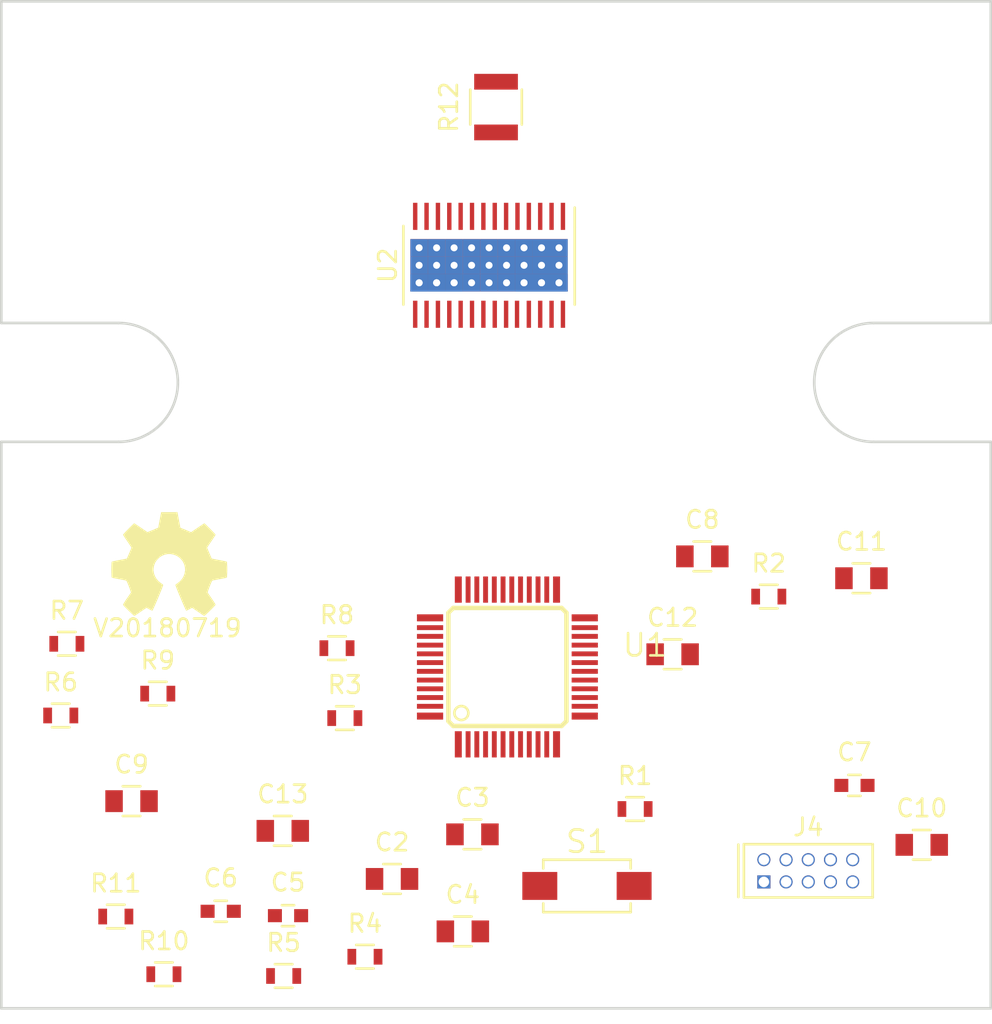
<source format=kicad_pcb>
(kicad_pcb (version 4) (host pcbnew 4.0.7-e2-6376~61~ubuntu18.04.1)

  (general
    (links 87)
    (no_connects 62)
    (area 24.524999 129.324999 81.275001 187.075001)
    (thickness 1.6)
    (drawings 12)
    (tracks 0)
    (zones 0)
    (modules 34)
    (nets 83)
  )

  (page A4)
  (layers
    (0 F.Cu signal)
    (31 B.Cu signal)
    (32 B.Adhes user)
    (33 F.Adhes user)
    (34 B.Paste user)
    (35 F.Paste user)
    (36 B.SilkS user)
    (37 F.SilkS user)
    (38 B.Mask user)
    (39 F.Mask user)
    (40 Dwgs.User user)
    (41 Cmts.User user)
    (42 Eco1.User user)
    (43 Eco2.User user)
    (44 Edge.Cuts user)
    (45 Margin user)
    (46 B.CrtYd user)
    (47 F.CrtYd user)
    (48 B.Fab user)
    (49 F.Fab user)
  )

  (setup
    (last_trace_width 0.127)
    (user_trace_width 0.15)
    (user_trace_width 0.2)
    (user_trace_width 0.3)
    (user_trace_width 0.4)
    (user_trace_width 0.6)
    (user_trace_width 1)
    (user_trace_width 1.5)
    (user_trace_width 2)
    (trace_clearance 0.127)
    (zone_clearance 0.508)
    (zone_45_only no)
    (trace_min 0.127)
    (segment_width 0.2)
    (edge_width 0.15)
    (via_size 0.6)
    (via_drill 0.3)
    (via_min_size 0.6)
    (via_min_drill 0.3)
    (user_via 0.6 0.3)
    (user_via 0.65 0.4)
    (user_via 0.75 0.6)
    (user_via 0.95 0.8)
    (user_via 1.3 1)
    (user_via 1.5 1.2)
    (user_via 1.7 1.4)
    (user_via 1.9 1.6)
    (uvia_size 0.6)
    (uvia_drill 0.3)
    (uvias_allowed no)
    (uvia_min_size 0.381)
    (uvia_min_drill 0.254)
    (pcb_text_width 0.3)
    (pcb_text_size 1.5 1.5)
    (mod_edge_width 0.15)
    (mod_text_size 1 1)
    (mod_text_width 0.15)
    (pad_size 1.524 1.524)
    (pad_drill 0.762)
    (pad_to_mask_clearance 0.2)
    (aux_axis_origin 0 0)
    (visible_elements FFFFFF7F)
    (pcbplotparams
      (layerselection 0x00030_80000001)
      (usegerberextensions false)
      (excludeedgelayer true)
      (linewidth 0.100000)
      (plotframeref false)
      (viasonmask false)
      (mode 1)
      (useauxorigin false)
      (hpglpennumber 1)
      (hpglpenspeed 20)
      (hpglpendiameter 15)
      (hpglpenoverlay 2)
      (psnegative false)
      (psa4output false)
      (plotreference true)
      (plotvalue true)
      (plotinvisibletext false)
      (padsonsilk false)
      (subtractmaskfromsilk false)
      (outputformat 1)
      (mirror false)
      (drillshape 1)
      (scaleselection 1)
      (outputdirectory ""))
  )

  (net 0 "")
  (net 1 /VREF)
  (net 2 VSSA)
  (net 3 VDD)
  (net 4 VSS)
  (net 5 VDDA)
  (net 6 "Net-(C8-Pad1)")
  (net 7 "Net-(C8-Pad2)")
  (net 8 "Net-(C9-Pad1)")
  (net 9 VCC)
  (net 10 GNDPWR)
  (net 11 "Net-(C10-Pad2)")
  (net 12 /RESET)
  (net 13 /SWDCLK)
  (net 14 /SWDIO)
  (net 15 "Net-(J4-Pad4)")
  (net 16 /UART_RX)
  (net 17 "Net-(J3-Pad3)")
  (net 18 "Net-(J4-Pad2)")
  (net 19 "Net-(J4-Pad10)")
  (net 20 /UART_TX)
  (net 21 "Net-(J3-Pad2)")
  (net 22 "Net-(J4-Pad1)")
  (net 23 /SENSE_REF)
  (net 24 /DAC_0)
  (net 25 /SENSE_I)
  (net 26 /PHASE_U)
  (net 27 /PHASE_V)
  (net 28 /PHASE_W)
  (net 29 /DRV_RESET)
  (net 30 /DRV_SLEEP)
  (net 31 /DRV_FAULT)
  (net 32 /DRV_COMPO)
  (net 33 "Net-(U2-Pad21)")
  (net 34 /EN_W)
  (net 35 /IN_W)
  (net 36 /EN_V)
  (net 37 /IN_V)
  (net 38 /EN_U)
  (net 39 /IN_U)
  (net 40 "Net-(U1-Pad1)")
  (net 41 "Net-(U1-Pad2)")
  (net 42 "Net-(U1-Pad3)")
  (net 43 "Net-(U1-Pad4)")
  (net 44 "Net-(U1-Pad6)")
  (net 45 "Net-(U1-Pad7)")
  (net 46 /SWCLK)
  (net 47 "Net-(U1-Pad9)")
  (net 48 "Net-(U1-Pad11)")
  (net 49 "Net-(U1-Pad12)")
  (net 50 "Net-(U1-Pad13)")
  (net 51 "Net-(U1-Pad14)")
  (net 52 "Net-(U1-Pad15)")
  (net 53 "Net-(U1-Pad16)")
  (net 54 "Net-(U1-Pad17)")
  (net 55 "Net-(U1-Pad18)")
  (net 56 "Net-(U1-Pad19)")
  (net 57 "Net-(U1-Pad20)")
  (net 58 "Net-(U1-Pad21)")
  (net 59 "Net-(U1-Pad22)")
  (net 60 "Net-(U1-Pad23)")
  (net 61 "Net-(U1-Pad24)")
  (net 62 "Net-(U1-Pad25)")
  (net 63 "Net-(U1-Pad26)")
  (net 64 "Net-(U1-Pad27)")
  (net 65 "Net-(U1-Pad28)")
  (net 66 "Net-(U1-Pad33)")
  (net 67 "Net-(U1-Pad34)")
  (net 68 "Net-(U1-Pad35)")
  (net 69 "Net-(U1-Pad36)")
  (net 70 "Net-(U1-Pad37)")
  (net 71 "Net-(U1-Pad38)")
  (net 72 "Net-(U1-Pad39)")
  (net 73 "Net-(U1-Pad42)")
  (net 74 "Net-(U1-Pad43)")
  (net 75 "Net-(U1-Pad44)")
  (net 76 "Net-(U1-Pad45)")
  (net 77 "Net-(U1-Pad46)")
  (net 78 "Net-(U1-Pad47)")
  (net 79 "Net-(U1-Pad48)")
  (net 80 "Net-(J4-Pad6)")
  (net 81 "Net-(J4-Pad7)")
  (net 82 "Net-(J4-Pad8)")

  (net_class Default "This is the default net class."
    (clearance 0.127)
    (trace_width 0.127)
    (via_dia 0.6)
    (via_drill 0.3)
    (uvia_dia 0.6)
    (uvia_drill 0.3)
    (add_net /DAC_0)
    (add_net /DRV_COMPO)
    (add_net /DRV_FAULT)
    (add_net /DRV_RESET)
    (add_net /DRV_SLEEP)
    (add_net /EN_U)
    (add_net /EN_V)
    (add_net /EN_W)
    (add_net /IN_U)
    (add_net /IN_V)
    (add_net /IN_W)
    (add_net /PHASE_U)
    (add_net /PHASE_V)
    (add_net /PHASE_W)
    (add_net /RESET)
    (add_net /SENSE_I)
    (add_net /SENSE_REF)
    (add_net /SWCLK)
    (add_net /SWDCLK)
    (add_net /SWDIO)
    (add_net /UART_RX)
    (add_net /UART_TX)
    (add_net /VREF)
    (add_net GNDPWR)
    (add_net "Net-(C10-Pad2)")
    (add_net "Net-(C8-Pad1)")
    (add_net "Net-(C8-Pad2)")
    (add_net "Net-(C9-Pad1)")
    (add_net "Net-(J3-Pad2)")
    (add_net "Net-(J3-Pad3)")
    (add_net "Net-(J4-Pad1)")
    (add_net "Net-(J4-Pad10)")
    (add_net "Net-(J4-Pad2)")
    (add_net "Net-(J4-Pad4)")
    (add_net "Net-(J4-Pad6)")
    (add_net "Net-(J4-Pad7)")
    (add_net "Net-(J4-Pad8)")
    (add_net "Net-(U1-Pad1)")
    (add_net "Net-(U1-Pad11)")
    (add_net "Net-(U1-Pad12)")
    (add_net "Net-(U1-Pad13)")
    (add_net "Net-(U1-Pad14)")
    (add_net "Net-(U1-Pad15)")
    (add_net "Net-(U1-Pad16)")
    (add_net "Net-(U1-Pad17)")
    (add_net "Net-(U1-Pad18)")
    (add_net "Net-(U1-Pad19)")
    (add_net "Net-(U1-Pad2)")
    (add_net "Net-(U1-Pad20)")
    (add_net "Net-(U1-Pad21)")
    (add_net "Net-(U1-Pad22)")
    (add_net "Net-(U1-Pad23)")
    (add_net "Net-(U1-Pad24)")
    (add_net "Net-(U1-Pad25)")
    (add_net "Net-(U1-Pad26)")
    (add_net "Net-(U1-Pad27)")
    (add_net "Net-(U1-Pad28)")
    (add_net "Net-(U1-Pad3)")
    (add_net "Net-(U1-Pad33)")
    (add_net "Net-(U1-Pad34)")
    (add_net "Net-(U1-Pad35)")
    (add_net "Net-(U1-Pad36)")
    (add_net "Net-(U1-Pad37)")
    (add_net "Net-(U1-Pad38)")
    (add_net "Net-(U1-Pad39)")
    (add_net "Net-(U1-Pad4)")
    (add_net "Net-(U1-Pad42)")
    (add_net "Net-(U1-Pad43)")
    (add_net "Net-(U1-Pad44)")
    (add_net "Net-(U1-Pad45)")
    (add_net "Net-(U1-Pad46)")
    (add_net "Net-(U1-Pad47)")
    (add_net "Net-(U1-Pad48)")
    (add_net "Net-(U1-Pad6)")
    (add_net "Net-(U1-Pad7)")
    (add_net "Net-(U1-Pad9)")
    (add_net "Net-(U2-Pad21)")
    (add_net VCC)
    (add_net VDD)
    (add_net VDDA)
    (add_net VSS)
    (add_net VSSA)
  )

  (module Symbols:OSHW-Symbol_6.7x6mm_SilkScreen (layer F.Cu) (tedit 0) (tstamp 5A135134)
    (at 34.2 161.6)
    (descr "Open Source Hardware Symbol")
    (tags "Logo Symbol OSHW")
    (path /5A135869)
    (attr virtual)
    (fp_text reference N1 (at 0 0) (layer F.SilkS) hide
      (effects (font (size 1 1) (thickness 0.15)))
    )
    (fp_text value OHWLOGO (at 0.75 0) (layer F.Fab) hide
      (effects (font (size 1 1) (thickness 0.15)))
    )
    (fp_poly (pts (xy 0.555814 -2.531069) (xy 0.639635 -2.086445) (xy 0.94892 -1.958947) (xy 1.258206 -1.831449)
      (xy 1.629246 -2.083754) (xy 1.733157 -2.154004) (xy 1.827087 -2.216728) (xy 1.906652 -2.269062)
      (xy 1.96747 -2.308143) (xy 2.005157 -2.331107) (xy 2.015421 -2.336058) (xy 2.03391 -2.323324)
      (xy 2.07342 -2.288118) (xy 2.129522 -2.234938) (xy 2.197787 -2.168282) (xy 2.273786 -2.092646)
      (xy 2.353092 -2.012528) (xy 2.431275 -1.932426) (xy 2.503907 -1.856836) (xy 2.566559 -1.790255)
      (xy 2.614803 -1.737182) (xy 2.64421 -1.702113) (xy 2.651241 -1.690377) (xy 2.641123 -1.66874)
      (xy 2.612759 -1.621338) (xy 2.569129 -1.552807) (xy 2.513218 -1.467785) (xy 2.448006 -1.370907)
      (xy 2.410219 -1.31565) (xy 2.341343 -1.214752) (xy 2.28014 -1.123701) (xy 2.229578 -1.04703)
      (xy 2.192628 -0.989272) (xy 2.172258 -0.954957) (xy 2.169197 -0.947746) (xy 2.176136 -0.927252)
      (xy 2.195051 -0.879487) (xy 2.223087 -0.811168) (xy 2.257391 -0.729011) (xy 2.295109 -0.63973)
      (xy 2.333387 -0.550042) (xy 2.36937 -0.466662) (xy 2.400206 -0.396306) (xy 2.423039 -0.34569)
      (xy 2.435017 -0.321529) (xy 2.435724 -0.320578) (xy 2.454531 -0.315964) (xy 2.504618 -0.305672)
      (xy 2.580793 -0.290713) (xy 2.677865 -0.272099) (xy 2.790643 -0.250841) (xy 2.856442 -0.238582)
      (xy 2.97695 -0.215638) (xy 3.085797 -0.193805) (xy 3.177476 -0.174278) (xy 3.246481 -0.158252)
      (xy 3.287304 -0.146921) (xy 3.295511 -0.143326) (xy 3.303548 -0.118994) (xy 3.310033 -0.064041)
      (xy 3.31497 0.015108) (xy 3.318364 0.112026) (xy 3.320218 0.220287) (xy 3.320538 0.333465)
      (xy 3.319327 0.445135) (xy 3.31659 0.548868) (xy 3.312331 0.638241) (xy 3.306555 0.706826)
      (xy 3.299267 0.748197) (xy 3.294895 0.75681) (xy 3.268764 0.767133) (xy 3.213393 0.781892)
      (xy 3.136107 0.799352) (xy 3.04423 0.81778) (xy 3.012158 0.823741) (xy 2.857524 0.852066)
      (xy 2.735375 0.874876) (xy 2.641673 0.89308) (xy 2.572384 0.907583) (xy 2.523471 0.919292)
      (xy 2.490897 0.929115) (xy 2.470628 0.937956) (xy 2.458626 0.946724) (xy 2.456947 0.948457)
      (xy 2.440184 0.976371) (xy 2.414614 1.030695) (xy 2.382788 1.104777) (xy 2.34726 1.191965)
      (xy 2.310583 1.285608) (xy 2.275311 1.379052) (xy 2.243996 1.465647) (xy 2.219193 1.53874)
      (xy 2.203454 1.591678) (xy 2.199332 1.617811) (xy 2.199676 1.618726) (xy 2.213641 1.640086)
      (xy 2.245322 1.687084) (xy 2.291391 1.754827) (xy 2.348518 1.838423) (xy 2.413373 1.932982)
      (xy 2.431843 1.959854) (xy 2.497699 2.057275) (xy 2.55565 2.146163) (xy 2.602538 2.221412)
      (xy 2.635207 2.27792) (xy 2.6505 2.310581) (xy 2.651241 2.314593) (xy 2.638392 2.335684)
      (xy 2.602888 2.377464) (xy 2.549293 2.435445) (xy 2.482171 2.505135) (xy 2.406087 2.582045)
      (xy 2.325604 2.661683) (xy 2.245287 2.739561) (xy 2.169699 2.811186) (xy 2.103405 2.87207)
      (xy 2.050969 2.917721) (xy 2.016955 2.94365) (xy 2.007545 2.947883) (xy 1.985643 2.937912)
      (xy 1.9408 2.91102) (xy 1.880321 2.871736) (xy 1.833789 2.840117) (xy 1.749475 2.782098)
      (xy 1.649626 2.713784) (xy 1.549473 2.645579) (xy 1.495627 2.609075) (xy 1.313371 2.4858)
      (xy 1.160381 2.56852) (xy 1.090682 2.604759) (xy 1.031414 2.632926) (xy 0.991311 2.648991)
      (xy 0.981103 2.651226) (xy 0.968829 2.634722) (xy 0.944613 2.588082) (xy 0.910263 2.515609)
      (xy 0.867588 2.421606) (xy 0.818394 2.310374) (xy 0.76449 2.186215) (xy 0.707684 2.053432)
      (xy 0.649782 1.916327) (xy 0.592593 1.779202) (xy 0.537924 1.646358) (xy 0.487584 1.522098)
      (xy 0.44338 1.410725) (xy 0.407119 1.316539) (xy 0.380609 1.243844) (xy 0.365658 1.196941)
      (xy 0.363254 1.180833) (xy 0.382311 1.160286) (xy 0.424036 1.126933) (xy 0.479706 1.087702)
      (xy 0.484378 1.084599) (xy 0.628264 0.969423) (xy 0.744283 0.835053) (xy 0.83143 0.685784)
      (xy 0.888699 0.525913) (xy 0.915086 0.359737) (xy 0.909585 0.191552) (xy 0.87119 0.025655)
      (xy 0.798895 -0.133658) (xy 0.777626 -0.168513) (xy 0.666996 -0.309263) (xy 0.536302 -0.422286)
      (xy 0.390064 -0.506997) (xy 0.232808 -0.562806) (xy 0.069057 -0.589126) (xy -0.096667 -0.58537)
      (xy -0.259838 -0.55095) (xy -0.415935 -0.485277) (xy -0.560433 -0.387765) (xy -0.605131 -0.348187)
      (xy -0.718888 -0.224297) (xy -0.801782 -0.093876) (xy -0.858644 0.052315) (xy -0.890313 0.197088)
      (xy -0.898131 0.35986) (xy -0.872062 0.52344) (xy -0.814755 0.682298) (xy -0.728856 0.830906)
      (xy -0.617014 0.963735) (xy -0.481877 1.075256) (xy -0.464117 1.087011) (xy -0.40785 1.125508)
      (xy -0.365077 1.158863) (xy -0.344628 1.18016) (xy -0.344331 1.180833) (xy -0.348721 1.203871)
      (xy -0.366124 1.256157) (xy -0.394732 1.33339) (xy -0.432735 1.431268) (xy -0.478326 1.545491)
      (xy -0.529697 1.671758) (xy -0.585038 1.805767) (xy -0.642542 1.943218) (xy -0.700399 2.079808)
      (xy -0.756802 2.211237) (xy -0.809942 2.333205) (xy -0.85801 2.441409) (xy -0.899199 2.531549)
      (xy -0.931699 2.599323) (xy -0.953703 2.64043) (xy -0.962564 2.651226) (xy -0.98964 2.642819)
      (xy -1.040303 2.620272) (xy -1.105817 2.587613) (xy -1.141841 2.56852) (xy -1.294832 2.4858)
      (xy -1.477088 2.609075) (xy -1.570125 2.672228) (xy -1.671985 2.741727) (xy -1.767438 2.807165)
      (xy -1.81525 2.840117) (xy -1.882495 2.885273) (xy -1.939436 2.921057) (xy -1.978646 2.942938)
      (xy -1.991381 2.947563) (xy -2.009917 2.935085) (xy -2.050941 2.900252) (xy -2.110475 2.846678)
      (xy -2.184542 2.777983) (xy -2.269165 2.697781) (xy -2.322685 2.646286) (xy -2.416319 2.554286)
      (xy -2.497241 2.471999) (xy -2.562177 2.402945) (xy -2.607858 2.350644) (xy -2.631011 2.318616)
      (xy -2.633232 2.312116) (xy -2.622924 2.287394) (xy -2.594439 2.237405) (xy -2.550937 2.167212)
      (xy -2.495577 2.081875) (xy -2.43152 1.986456) (xy -2.413303 1.959854) (xy -2.346927 1.863167)
      (xy -2.287378 1.776117) (xy -2.237984 1.703595) (xy -2.202075 1.650493) (xy -2.182981 1.621703)
      (xy -2.181136 1.618726) (xy -2.183895 1.595782) (xy -2.198538 1.545336) (xy -2.222513 1.474041)
      (xy -2.253266 1.388547) (xy -2.288244 1.295507) (xy -2.324893 1.201574) (xy -2.360661 1.113399)
      (xy -2.392994 1.037634) (xy -2.419338 0.980931) (xy -2.437142 0.949943) (xy -2.438407 0.948457)
      (xy -2.449294 0.939601) (xy -2.467682 0.930843) (xy -2.497606 0.921277) (xy -2.543103 0.909996)
      (xy -2.608209 0.896093) (xy -2.696961 0.878663) (xy -2.813393 0.856798) (xy -2.961542 0.829591)
      (xy -2.993618 0.823741) (xy -3.088686 0.805374) (xy -3.171565 0.787405) (xy -3.23493 0.771569)
      (xy -3.271458 0.7596) (xy -3.276356 0.75681) (xy -3.284427 0.732072) (xy -3.290987 0.67679)
      (xy -3.296033 0.597389) (xy -3.299559 0.500296) (xy -3.301561 0.391938) (xy -3.302036 0.27874)
      (xy -3.300977 0.167128) (xy -3.298382 0.063529) (xy -3.294246 -0.025632) (xy -3.288563 -0.093928)
      (xy -3.281331 -0.134934) (xy -3.276971 -0.143326) (xy -3.252698 -0.151792) (xy -3.197426 -0.165565)
      (xy -3.116662 -0.18345) (xy -3.015912 -0.204252) (xy -2.900683 -0.226777) (xy -2.837902 -0.238582)
      (xy -2.718787 -0.260849) (xy -2.612565 -0.281021) (xy -2.524427 -0.298085) (xy -2.459566 -0.311031)
      (xy -2.423174 -0.318845) (xy -2.417184 -0.320578) (xy -2.407061 -0.34011) (xy -2.385662 -0.387157)
      (xy -2.355839 -0.454997) (xy -2.320445 -0.536909) (xy -2.282332 -0.626172) (xy -2.244353 -0.716065)
      (xy -2.20936 -0.799865) (xy -2.180206 -0.870853) (xy -2.159743 -0.922306) (xy -2.150823 -0.947503)
      (xy -2.150657 -0.948604) (xy -2.160769 -0.968481) (xy -2.189117 -1.014223) (xy -2.232723 -1.081283)
      (xy -2.288606 -1.165116) (xy -2.353787 -1.261174) (xy -2.391679 -1.31635) (xy -2.460725 -1.417519)
      (xy -2.52205 -1.50937) (xy -2.572663 -1.587256) (xy -2.609571 -1.646531) (xy -2.629782 -1.682549)
      (xy -2.632701 -1.690623) (xy -2.620153 -1.709416) (xy -2.585463 -1.749543) (xy -2.533063 -1.806507)
      (xy -2.467384 -1.875815) (xy -2.392856 -1.952969) (xy -2.313913 -2.033475) (xy -2.234983 -2.112837)
      (xy -2.1605 -2.18656) (xy -2.094894 -2.250148) (xy -2.042596 -2.299106) (xy -2.008039 -2.328939)
      (xy -1.996478 -2.336058) (xy -1.977654 -2.326047) (xy -1.932631 -2.297922) (xy -1.865787 -2.254546)
      (xy -1.781499 -2.198782) (xy -1.684144 -2.133494) (xy -1.610707 -2.083754) (xy -1.239667 -1.831449)
      (xy -0.621095 -2.086445) (xy -0.537275 -2.531069) (xy -0.453454 -2.975693) (xy 0.471994 -2.975693)
      (xy 0.555814 -2.531069)) (layer F.SilkS) (width 0.01))
  )

  (module SquantorLabels:Label_version (layer F.Cu) (tedit 59D3ED5E) (tstamp 5A135138)
    (at 34.1 165.25)
    (path /5A1357A5)
    (fp_text reference N2 (at 0 2) (layer F.Fab) hide
      (effects (font (size 1 1) (thickness 0.15)))
    )
    (fp_text value V20180719 (at 0 0) (layer F.SilkS)
      (effects (font (size 1 1) (thickness 0.15)))
    )
  )

  (module SquantorPcbOutline:MountingHole_3.2mm_no_metal locked (layer F.Cu) (tedit 5B50D1B0) (tstamp 5B50D9E4)
    (at 38.9 144.2)
    (path /5B50D036)
    (fp_text reference H1 (at 0 -3) (layer F.SilkS) hide
      (effects (font (size 1 1) (thickness 0.15)))
    )
    (fp_text value Drill_Hole_no_metal (at 0 3) (layer F.Fab) hide
      (effects (font (size 1 1) (thickness 0.15)))
    )
    (pad "" np_thru_hole circle (at 0 0) (size 3.2 3.2) (drill 3.2) (layers *.Cu *.Mask))
  )

  (module SquantorPcbOutline:MountingHole_3.2mm_no_metal locked (layer F.Cu) (tedit 5B50D19B) (tstamp 5B50D9E9)
    (at 66.9 144.2)
    (path /5B50D091)
    (fp_text reference H2 (at 0 -3) (layer F.SilkS) hide
      (effects (font (size 1 1) (thickness 0.15)))
    )
    (fp_text value Drill_Hole_no_metal (at 0 3) (layer F.Fab) hide
      (effects (font (size 1 1) (thickness 0.15)))
    )
    (pad "" np_thru_hole circle (at 0 0) (size 3.2 3.2) (drill 3.2) (layers *.Cu *.Mask))
  )

  (module SquantorPcbOutline:MountingHole_3.2mm_no_metal locked (layer F.Cu) (tedit 5B50D1B9) (tstamp 5B50D9EE)
    (at 38.9 172.2)
    (path /5B50D0D9)
    (fp_text reference H3 (at 0 -3) (layer F.SilkS) hide
      (effects (font (size 1 1) (thickness 0.15)))
    )
    (fp_text value Drill_Hole_no_metal (at 0 3) (layer F.Fab) hide
      (effects (font (size 1 1) (thickness 0.15)))
    )
    (pad "" np_thru_hole circle (at 0 0) (size 3.2 3.2) (drill 3.2) (layers *.Cu *.Mask))
  )

  (module SquantorPcbOutline:MountingHole_3.2mm_no_metal locked (layer F.Cu) (tedit 5B50D1C2) (tstamp 5B50D9F3)
    (at 66.9 172.2)
    (path /5B50D104)
    (fp_text reference H4 (at 0 -3) (layer F.SilkS) hide
      (effects (font (size 1 1) (thickness 0.15)))
    )
    (fp_text value Drill_Hole_no_metal (at 0 3) (layer F.Fab) hide
      (effects (font (size 1 1) (thickness 0.15)))
    )
    (pad "" np_thru_hole circle (at 0 0) (size 3.2 3.2) (drill 3.2) (layers *.Cu *.Mask))
  )

  (module SquantorRcl:C_0805 (layer F.Cu) (tedit 5415D6EA) (tstamp 5B54B245)
    (at 46.95 179.6)
    (descr "Capacitor SMD 0805, reflow soldering, AVX (see smccp.pdf)")
    (tags "capacitor 0805")
    (path /5B53EB08)
    (attr smd)
    (fp_text reference C2 (at 0 -2.1) (layer F.SilkS)
      (effects (font (size 1 1) (thickness 0.15)))
    )
    (fp_text value 10u (at 0 2.1) (layer F.Fab)
      (effects (font (size 1 1) (thickness 0.15)))
    )
    (fp_line (start -1 0.625) (end -1 -0.625) (layer F.Fab) (width 0.15))
    (fp_line (start 1 0.625) (end -1 0.625) (layer F.Fab) (width 0.15))
    (fp_line (start 1 -0.625) (end 1 0.625) (layer F.Fab) (width 0.15))
    (fp_line (start -1 -0.625) (end 1 -0.625) (layer F.Fab) (width 0.15))
    (fp_line (start -1.8 -1) (end 1.8 -1) (layer F.CrtYd) (width 0.05))
    (fp_line (start -1.8 1) (end 1.8 1) (layer F.CrtYd) (width 0.05))
    (fp_line (start -1.8 -1) (end -1.8 1) (layer F.CrtYd) (width 0.05))
    (fp_line (start 1.8 -1) (end 1.8 1) (layer F.CrtYd) (width 0.05))
    (fp_line (start 0.5 -0.85) (end -0.5 -0.85) (layer F.SilkS) (width 0.15))
    (fp_line (start -0.5 0.85) (end 0.5 0.85) (layer F.SilkS) (width 0.15))
    (pad 1 smd rect (at -1 0) (size 1 1.25) (layers F.Cu F.Paste F.Mask)
      (net 1 /VREF))
    (pad 2 smd rect (at 1 0) (size 1 1.25) (layers F.Cu F.Paste F.Mask)
      (net 2 VSSA))
    (model Capacitors_SMD.3dshapes/C_0805.wrl
      (at (xyz 0 0 0))
      (scale (xyz 1 1 1))
      (rotate (xyz 0 0 0))
    )
  )

  (module SquantorRcl:C_0805 (layer F.Cu) (tedit 5415D6EA) (tstamp 5B54B255)
    (at 51.55 177.05)
    (descr "Capacitor SMD 0805, reflow soldering, AVX (see smccp.pdf)")
    (tags "capacitor 0805")
    (path /5B53EA85)
    (attr smd)
    (fp_text reference C3 (at 0 -2.1) (layer F.SilkS)
      (effects (font (size 1 1) (thickness 0.15)))
    )
    (fp_text value 10u (at 0 2.1) (layer F.Fab)
      (effects (font (size 1 1) (thickness 0.15)))
    )
    (fp_line (start -1 0.625) (end -1 -0.625) (layer F.Fab) (width 0.15))
    (fp_line (start 1 0.625) (end -1 0.625) (layer F.Fab) (width 0.15))
    (fp_line (start 1 -0.625) (end 1 0.625) (layer F.Fab) (width 0.15))
    (fp_line (start -1 -0.625) (end 1 -0.625) (layer F.Fab) (width 0.15))
    (fp_line (start -1.8 -1) (end 1.8 -1) (layer F.CrtYd) (width 0.05))
    (fp_line (start -1.8 1) (end 1.8 1) (layer F.CrtYd) (width 0.05))
    (fp_line (start -1.8 -1) (end -1.8 1) (layer F.CrtYd) (width 0.05))
    (fp_line (start 1.8 -1) (end 1.8 1) (layer F.CrtYd) (width 0.05))
    (fp_line (start 0.5 -0.85) (end -0.5 -0.85) (layer F.SilkS) (width 0.15))
    (fp_line (start -0.5 0.85) (end 0.5 0.85) (layer F.SilkS) (width 0.15))
    (pad 1 smd rect (at -1 0) (size 1 1.25) (layers F.Cu F.Paste F.Mask)
      (net 3 VDD))
    (pad 2 smd rect (at 1 0) (size 1 1.25) (layers F.Cu F.Paste F.Mask)
      (net 4 VSS))
    (model Capacitors_SMD.3dshapes/C_0805.wrl
      (at (xyz 0 0 0))
      (scale (xyz 1 1 1))
      (rotate (xyz 0 0 0))
    )
  )

  (module SquantorRcl:C_0805 (layer F.Cu) (tedit 5415D6EA) (tstamp 5B54B265)
    (at 51 182.6)
    (descr "Capacitor SMD 0805, reflow soldering, AVX (see smccp.pdf)")
    (tags "capacitor 0805")
    (path /5B53E882)
    (attr smd)
    (fp_text reference C4 (at 0 -2.1) (layer F.SilkS)
      (effects (font (size 1 1) (thickness 0.15)))
    )
    (fp_text value 10u (at 0 2.1) (layer F.Fab)
      (effects (font (size 1 1) (thickness 0.15)))
    )
    (fp_line (start -1 0.625) (end -1 -0.625) (layer F.Fab) (width 0.15))
    (fp_line (start 1 0.625) (end -1 0.625) (layer F.Fab) (width 0.15))
    (fp_line (start 1 -0.625) (end 1 0.625) (layer F.Fab) (width 0.15))
    (fp_line (start -1 -0.625) (end 1 -0.625) (layer F.Fab) (width 0.15))
    (fp_line (start -1.8 -1) (end 1.8 -1) (layer F.CrtYd) (width 0.05))
    (fp_line (start -1.8 1) (end 1.8 1) (layer F.CrtYd) (width 0.05))
    (fp_line (start -1.8 -1) (end -1.8 1) (layer F.CrtYd) (width 0.05))
    (fp_line (start 1.8 -1) (end 1.8 1) (layer F.CrtYd) (width 0.05))
    (fp_line (start 0.5 -0.85) (end -0.5 -0.85) (layer F.SilkS) (width 0.15))
    (fp_line (start -0.5 0.85) (end 0.5 0.85) (layer F.SilkS) (width 0.15))
    (pad 1 smd rect (at -1 0) (size 1 1.25) (layers F.Cu F.Paste F.Mask)
      (net 5 VDDA))
    (pad 2 smd rect (at 1 0) (size 1 1.25) (layers F.Cu F.Paste F.Mask)
      (net 2 VSSA))
    (model Capacitors_SMD.3dshapes/C_0805.wrl
      (at (xyz 0 0 0))
      (scale (xyz 1 1 1))
      (rotate (xyz 0 0 0))
    )
  )

  (module SquantorRcl:C_0603 (layer F.Cu) (tedit 5415D631) (tstamp 5B54B275)
    (at 41 181.7)
    (descr "Capacitor SMD 0603, reflow soldering, AVX (see smccp.pdf)")
    (tags "capacitor 0603")
    (path /5B53E2D0)
    (attr smd)
    (fp_text reference C5 (at 0 -1.9) (layer F.SilkS)
      (effects (font (size 1 1) (thickness 0.15)))
    )
    (fp_text value 100n (at 0 1.9) (layer F.Fab)
      (effects (font (size 1 1) (thickness 0.15)))
    )
    (fp_line (start -0.8 0.4) (end -0.8 -0.4) (layer F.Fab) (width 0.15))
    (fp_line (start 0.8 0.4) (end -0.8 0.4) (layer F.Fab) (width 0.15))
    (fp_line (start 0.8 -0.4) (end 0.8 0.4) (layer F.Fab) (width 0.15))
    (fp_line (start -0.8 -0.4) (end 0.8 -0.4) (layer F.Fab) (width 0.15))
    (fp_line (start -1.45 -0.75) (end 1.45 -0.75) (layer F.CrtYd) (width 0.05))
    (fp_line (start -1.45 0.75) (end 1.45 0.75) (layer F.CrtYd) (width 0.05))
    (fp_line (start -1.45 -0.75) (end -1.45 0.75) (layer F.CrtYd) (width 0.05))
    (fp_line (start 1.45 -0.75) (end 1.45 0.75) (layer F.CrtYd) (width 0.05))
    (fp_line (start -0.35 -0.6) (end 0.35 -0.6) (layer F.SilkS) (width 0.15))
    (fp_line (start 0.35 0.6) (end -0.35 0.6) (layer F.SilkS) (width 0.15))
    (pad 1 smd rect (at -0.75 0) (size 0.8 0.75) (layers F.Cu F.Paste F.Mask)
      (net 1 /VREF))
    (pad 2 smd rect (at 0.75 0) (size 0.8 0.75) (layers F.Cu F.Paste F.Mask)
      (net 2 VSSA))
    (model Capacitors_SMD.3dshapes/C_0603.wrl
      (at (xyz 0 0 0))
      (scale (xyz 1 1 1))
      (rotate (xyz 0 0 0))
    )
  )

  (module SquantorRcl:C_0603 (layer F.Cu) (tedit 5415D631) (tstamp 5B54B285)
    (at 37.15 181.45)
    (descr "Capacitor SMD 0603, reflow soldering, AVX (see smccp.pdf)")
    (tags "capacitor 0603")
    (path /5B53E0B2)
    (attr smd)
    (fp_text reference C6 (at 0 -1.9) (layer F.SilkS)
      (effects (font (size 1 1) (thickness 0.15)))
    )
    (fp_text value 100n (at 0 1.9) (layer F.Fab)
      (effects (font (size 1 1) (thickness 0.15)))
    )
    (fp_line (start -0.8 0.4) (end -0.8 -0.4) (layer F.Fab) (width 0.15))
    (fp_line (start 0.8 0.4) (end -0.8 0.4) (layer F.Fab) (width 0.15))
    (fp_line (start 0.8 -0.4) (end 0.8 0.4) (layer F.Fab) (width 0.15))
    (fp_line (start -0.8 -0.4) (end 0.8 -0.4) (layer F.Fab) (width 0.15))
    (fp_line (start -1.45 -0.75) (end 1.45 -0.75) (layer F.CrtYd) (width 0.05))
    (fp_line (start -1.45 0.75) (end 1.45 0.75) (layer F.CrtYd) (width 0.05))
    (fp_line (start -1.45 -0.75) (end -1.45 0.75) (layer F.CrtYd) (width 0.05))
    (fp_line (start 1.45 -0.75) (end 1.45 0.75) (layer F.CrtYd) (width 0.05))
    (fp_line (start -0.35 -0.6) (end 0.35 -0.6) (layer F.SilkS) (width 0.15))
    (fp_line (start 0.35 0.6) (end -0.35 0.6) (layer F.SilkS) (width 0.15))
    (pad 1 smd rect (at -0.75 0) (size 0.8 0.75) (layers F.Cu F.Paste F.Mask)
      (net 3 VDD))
    (pad 2 smd rect (at 0.75 0) (size 0.8 0.75) (layers F.Cu F.Paste F.Mask)
      (net 4 VSS))
    (model Capacitors_SMD.3dshapes/C_0603.wrl
      (at (xyz 0 0 0))
      (scale (xyz 1 1 1))
      (rotate (xyz 0 0 0))
    )
  )

  (module SquantorRcl:C_0603 (layer F.Cu) (tedit 5415D631) (tstamp 5B54B295)
    (at 73.4 174.25)
    (descr "Capacitor SMD 0603, reflow soldering, AVX (see smccp.pdf)")
    (tags "capacitor 0603")
    (path /5B53DC84)
    (attr smd)
    (fp_text reference C7 (at 0 -1.9) (layer F.SilkS)
      (effects (font (size 1 1) (thickness 0.15)))
    )
    (fp_text value 100n (at 0 1.9) (layer F.Fab)
      (effects (font (size 1 1) (thickness 0.15)))
    )
    (fp_line (start -0.8 0.4) (end -0.8 -0.4) (layer F.Fab) (width 0.15))
    (fp_line (start 0.8 0.4) (end -0.8 0.4) (layer F.Fab) (width 0.15))
    (fp_line (start 0.8 -0.4) (end 0.8 0.4) (layer F.Fab) (width 0.15))
    (fp_line (start -0.8 -0.4) (end 0.8 -0.4) (layer F.Fab) (width 0.15))
    (fp_line (start -1.45 -0.75) (end 1.45 -0.75) (layer F.CrtYd) (width 0.05))
    (fp_line (start -1.45 0.75) (end 1.45 0.75) (layer F.CrtYd) (width 0.05))
    (fp_line (start -1.45 -0.75) (end -1.45 0.75) (layer F.CrtYd) (width 0.05))
    (fp_line (start 1.45 -0.75) (end 1.45 0.75) (layer F.CrtYd) (width 0.05))
    (fp_line (start -0.35 -0.6) (end 0.35 -0.6) (layer F.SilkS) (width 0.15))
    (fp_line (start 0.35 0.6) (end -0.35 0.6) (layer F.SilkS) (width 0.15))
    (pad 1 smd rect (at -0.75 0) (size 0.8 0.75) (layers F.Cu F.Paste F.Mask)
      (net 5 VDDA))
    (pad 2 smd rect (at 0.75 0) (size 0.8 0.75) (layers F.Cu F.Paste F.Mask)
      (net 2 VSSA))
    (model Capacitors_SMD.3dshapes/C_0603.wrl
      (at (xyz 0 0 0))
      (scale (xyz 1 1 1))
      (rotate (xyz 0 0 0))
    )
  )

  (module SquantorRcl:C_0805 (layer F.Cu) (tedit 5415D6EA) (tstamp 5B54B2A5)
    (at 64.7 161.15)
    (descr "Capacitor SMD 0805, reflow soldering, AVX (see smccp.pdf)")
    (tags "capacitor 0805")
    (path /5B524CB0)
    (attr smd)
    (fp_text reference C8 (at 0 -2.1) (layer F.SilkS)
      (effects (font (size 1 1) (thickness 0.15)))
    )
    (fp_text value 10n (at 0 2.1) (layer F.Fab)
      (effects (font (size 1 1) (thickness 0.15)))
    )
    (fp_line (start -1 0.625) (end -1 -0.625) (layer F.Fab) (width 0.15))
    (fp_line (start 1 0.625) (end -1 0.625) (layer F.Fab) (width 0.15))
    (fp_line (start 1 -0.625) (end 1 0.625) (layer F.Fab) (width 0.15))
    (fp_line (start -1 -0.625) (end 1 -0.625) (layer F.Fab) (width 0.15))
    (fp_line (start -1.8 -1) (end 1.8 -1) (layer F.CrtYd) (width 0.05))
    (fp_line (start -1.8 1) (end 1.8 1) (layer F.CrtYd) (width 0.05))
    (fp_line (start -1.8 -1) (end -1.8 1) (layer F.CrtYd) (width 0.05))
    (fp_line (start 1.8 -1) (end 1.8 1) (layer F.CrtYd) (width 0.05))
    (fp_line (start 0.5 -0.85) (end -0.5 -0.85) (layer F.SilkS) (width 0.15))
    (fp_line (start -0.5 0.85) (end 0.5 0.85) (layer F.SilkS) (width 0.15))
    (pad 1 smd rect (at -1 0) (size 1 1.25) (layers F.Cu F.Paste F.Mask)
      (net 6 "Net-(C8-Pad1)"))
    (pad 2 smd rect (at 1 0) (size 1 1.25) (layers F.Cu F.Paste F.Mask)
      (net 7 "Net-(C8-Pad2)"))
    (model Capacitors_SMD.3dshapes/C_0805.wrl
      (at (xyz 0 0 0))
      (scale (xyz 1 1 1))
      (rotate (xyz 0 0 0))
    )
  )

  (module SquantorRcl:C_0805 (layer F.Cu) (tedit 5415D6EA) (tstamp 5B54B2B5)
    (at 32.05 175.15)
    (descr "Capacitor SMD 0805, reflow soldering, AVX (see smccp.pdf)")
    (tags "capacitor 0805")
    (path /5B525593)
    (attr smd)
    (fp_text reference C9 (at 0 -2.1) (layer F.SilkS)
      (effects (font (size 1 1) (thickness 0.15)))
    )
    (fp_text value 100n (at 0 2.1) (layer F.Fab)
      (effects (font (size 1 1) (thickness 0.15)))
    )
    (fp_line (start -1 0.625) (end -1 -0.625) (layer F.Fab) (width 0.15))
    (fp_line (start 1 0.625) (end -1 0.625) (layer F.Fab) (width 0.15))
    (fp_line (start 1 -0.625) (end 1 0.625) (layer F.Fab) (width 0.15))
    (fp_line (start -1 -0.625) (end 1 -0.625) (layer F.Fab) (width 0.15))
    (fp_line (start -1.8 -1) (end 1.8 -1) (layer F.CrtYd) (width 0.05))
    (fp_line (start -1.8 1) (end 1.8 1) (layer F.CrtYd) (width 0.05))
    (fp_line (start -1.8 -1) (end -1.8 1) (layer F.CrtYd) (width 0.05))
    (fp_line (start 1.8 -1) (end 1.8 1) (layer F.CrtYd) (width 0.05))
    (fp_line (start 0.5 -0.85) (end -0.5 -0.85) (layer F.SilkS) (width 0.15))
    (fp_line (start -0.5 0.85) (end 0.5 0.85) (layer F.SilkS) (width 0.15))
    (pad 1 smd rect (at -1 0) (size 1 1.25) (layers F.Cu F.Paste F.Mask)
      (net 8 "Net-(C9-Pad1)"))
    (pad 2 smd rect (at 1 0) (size 1 1.25) (layers F.Cu F.Paste F.Mask)
      (net 9 VCC))
    (model Capacitors_SMD.3dshapes/C_0805.wrl
      (at (xyz 0 0 0))
      (scale (xyz 1 1 1))
      (rotate (xyz 0 0 0))
    )
  )

  (module SquantorRcl:C_0805 (layer F.Cu) (tedit 5415D6EA) (tstamp 5B54B2C5)
    (at 77.25 177.65)
    (descr "Capacitor SMD 0805, reflow soldering, AVX (see smccp.pdf)")
    (tags "capacitor 0805")
    (path /5B525CE7)
    (attr smd)
    (fp_text reference C10 (at 0 -2.1) (layer F.SilkS)
      (effects (font (size 1 1) (thickness 0.15)))
    )
    (fp_text value 470n (at 0 2.1) (layer F.Fab)
      (effects (font (size 1 1) (thickness 0.15)))
    )
    (fp_line (start -1 0.625) (end -1 -0.625) (layer F.Fab) (width 0.15))
    (fp_line (start 1 0.625) (end -1 0.625) (layer F.Fab) (width 0.15))
    (fp_line (start 1 -0.625) (end 1 0.625) (layer F.Fab) (width 0.15))
    (fp_line (start -1 -0.625) (end 1 -0.625) (layer F.Fab) (width 0.15))
    (fp_line (start -1.8 -1) (end 1.8 -1) (layer F.CrtYd) (width 0.05))
    (fp_line (start -1.8 1) (end 1.8 1) (layer F.CrtYd) (width 0.05))
    (fp_line (start -1.8 -1) (end -1.8 1) (layer F.CrtYd) (width 0.05))
    (fp_line (start 1.8 -1) (end 1.8 1) (layer F.CrtYd) (width 0.05))
    (fp_line (start 0.5 -0.85) (end -0.5 -0.85) (layer F.SilkS) (width 0.15))
    (fp_line (start -0.5 0.85) (end 0.5 0.85) (layer F.SilkS) (width 0.15))
    (pad 1 smd rect (at -1 0) (size 1 1.25) (layers F.Cu F.Paste F.Mask)
      (net 10 GNDPWR))
    (pad 2 smd rect (at 1 0) (size 1 1.25) (layers F.Cu F.Paste F.Mask)
      (net 11 "Net-(C10-Pad2)"))
    (model Capacitors_SMD.3dshapes/C_0805.wrl
      (at (xyz 0 0 0))
      (scale (xyz 1 1 1))
      (rotate (xyz 0 0 0))
    )
  )

  (module SquantorRcl:C_0805 (layer F.Cu) (tedit 5415D6EA) (tstamp 5B54B2D5)
    (at 73.8 162.4)
    (descr "Capacitor SMD 0805, reflow soldering, AVX (see smccp.pdf)")
    (tags "capacitor 0805")
    (path /5B5263FB)
    (attr smd)
    (fp_text reference C11 (at 0 -2.1) (layer F.SilkS)
      (effects (font (size 1 1) (thickness 0.15)))
    )
    (fp_text value 10u (at 0 2.1) (layer F.Fab)
      (effects (font (size 1 1) (thickness 0.15)))
    )
    (fp_line (start -1 0.625) (end -1 -0.625) (layer F.Fab) (width 0.15))
    (fp_line (start 1 0.625) (end -1 0.625) (layer F.Fab) (width 0.15))
    (fp_line (start 1 -0.625) (end 1 0.625) (layer F.Fab) (width 0.15))
    (fp_line (start -1 -0.625) (end 1 -0.625) (layer F.Fab) (width 0.15))
    (fp_line (start -1.8 -1) (end 1.8 -1) (layer F.CrtYd) (width 0.05))
    (fp_line (start -1.8 1) (end 1.8 1) (layer F.CrtYd) (width 0.05))
    (fp_line (start -1.8 -1) (end -1.8 1) (layer F.CrtYd) (width 0.05))
    (fp_line (start 1.8 -1) (end 1.8 1) (layer F.CrtYd) (width 0.05))
    (fp_line (start 0.5 -0.85) (end -0.5 -0.85) (layer F.SilkS) (width 0.15))
    (fp_line (start -0.5 0.85) (end 0.5 0.85) (layer F.SilkS) (width 0.15))
    (pad 1 smd rect (at -1 0) (size 1 1.25) (layers F.Cu F.Paste F.Mask)
      (net 9 VCC))
    (pad 2 smd rect (at 1 0) (size 1 1.25) (layers F.Cu F.Paste F.Mask)
      (net 10 GNDPWR))
    (model Capacitors_SMD.3dshapes/C_0805.wrl
      (at (xyz 0 0 0))
      (scale (xyz 1 1 1))
      (rotate (xyz 0 0 0))
    )
  )

  (module SquantorRcl:C_0805 (layer F.Cu) (tedit 5415D6EA) (tstamp 5B54B2E5)
    (at 63 166.75)
    (descr "Capacitor SMD 0805, reflow soldering, AVX (see smccp.pdf)")
    (tags "capacitor 0805")
    (path /5B526328)
    (attr smd)
    (fp_text reference C12 (at 0 -2.1) (layer F.SilkS)
      (effects (font (size 1 1) (thickness 0.15)))
    )
    (fp_text value 100n (at 0 2.1) (layer F.Fab)
      (effects (font (size 1 1) (thickness 0.15)))
    )
    (fp_line (start -1 0.625) (end -1 -0.625) (layer F.Fab) (width 0.15))
    (fp_line (start 1 0.625) (end -1 0.625) (layer F.Fab) (width 0.15))
    (fp_line (start 1 -0.625) (end 1 0.625) (layer F.Fab) (width 0.15))
    (fp_line (start -1 -0.625) (end 1 -0.625) (layer F.Fab) (width 0.15))
    (fp_line (start -1.8 -1) (end 1.8 -1) (layer F.CrtYd) (width 0.05))
    (fp_line (start -1.8 1) (end 1.8 1) (layer F.CrtYd) (width 0.05))
    (fp_line (start -1.8 -1) (end -1.8 1) (layer F.CrtYd) (width 0.05))
    (fp_line (start 1.8 -1) (end 1.8 1) (layer F.CrtYd) (width 0.05))
    (fp_line (start 0.5 -0.85) (end -0.5 -0.85) (layer F.SilkS) (width 0.15))
    (fp_line (start -0.5 0.85) (end 0.5 0.85) (layer F.SilkS) (width 0.15))
    (pad 1 smd rect (at -1 0) (size 1 1.25) (layers F.Cu F.Paste F.Mask)
      (net 9 VCC))
    (pad 2 smd rect (at 1 0) (size 1 1.25) (layers F.Cu F.Paste F.Mask)
      (net 10 GNDPWR))
    (model Capacitors_SMD.3dshapes/C_0805.wrl
      (at (xyz 0 0 0))
      (scale (xyz 1 1 1))
      (rotate (xyz 0 0 0))
    )
  )

  (module SquantorRcl:C_0805 (layer F.Cu) (tedit 5415D6EA) (tstamp 5B54B2F5)
    (at 40.7 176.85)
    (descr "Capacitor SMD 0805, reflow soldering, AVX (see smccp.pdf)")
    (tags "capacitor 0805")
    (path /5B5262CA)
    (attr smd)
    (fp_text reference C13 (at 0 -2.1) (layer F.SilkS)
      (effects (font (size 1 1) (thickness 0.15)))
    )
    (fp_text value 100n (at 0 2.1) (layer F.Fab)
      (effects (font (size 1 1) (thickness 0.15)))
    )
    (fp_line (start -1 0.625) (end -1 -0.625) (layer F.Fab) (width 0.15))
    (fp_line (start 1 0.625) (end -1 0.625) (layer F.Fab) (width 0.15))
    (fp_line (start 1 -0.625) (end 1 0.625) (layer F.Fab) (width 0.15))
    (fp_line (start -1 -0.625) (end 1 -0.625) (layer F.Fab) (width 0.15))
    (fp_line (start -1.8 -1) (end 1.8 -1) (layer F.CrtYd) (width 0.05))
    (fp_line (start -1.8 1) (end 1.8 1) (layer F.CrtYd) (width 0.05))
    (fp_line (start -1.8 -1) (end -1.8 1) (layer F.CrtYd) (width 0.05))
    (fp_line (start 1.8 -1) (end 1.8 1) (layer F.CrtYd) (width 0.05))
    (fp_line (start 0.5 -0.85) (end -0.5 -0.85) (layer F.SilkS) (width 0.15))
    (fp_line (start -0.5 0.85) (end 0.5 0.85) (layer F.SilkS) (width 0.15))
    (pad 1 smd rect (at -1 0) (size 1 1.25) (layers F.Cu F.Paste F.Mask)
      (net 9 VCC))
    (pad 2 smd rect (at 1 0) (size 1 1.25) (layers F.Cu F.Paste F.Mask)
      (net 10 GNDPWR))
    (model Capacitors_SMD.3dshapes/C_0805.wrl
      (at (xyz 0 0 0))
      (scale (xyz 1 1 1))
      (rotate (xyz 0 0 0))
    )
  )

  (module SquantorRcl:R_0603 (layer F.Cu) (tedit 58307A47) (tstamp 5B54B305)
    (at 60.85 175.6)
    (descr "Resistor SMD 0603, reflow soldering, Vishay (see dcrcw.pdf)")
    (tags "resistor 0603")
    (path /5B53BD4A)
    (attr smd)
    (fp_text reference R1 (at 0 -1.9) (layer F.SilkS)
      (effects (font (size 1 1) (thickness 0.15)))
    )
    (fp_text value 10K (at 0 1.9) (layer F.Fab)
      (effects (font (size 1 1) (thickness 0.15)))
    )
    (fp_line (start -0.8 0.4) (end -0.8 -0.4) (layer F.Fab) (width 0.1))
    (fp_line (start 0.8 0.4) (end -0.8 0.4) (layer F.Fab) (width 0.1))
    (fp_line (start 0.8 -0.4) (end 0.8 0.4) (layer F.Fab) (width 0.1))
    (fp_line (start -0.8 -0.4) (end 0.8 -0.4) (layer F.Fab) (width 0.1))
    (fp_line (start -1.3 -0.8) (end 1.3 -0.8) (layer F.CrtYd) (width 0.05))
    (fp_line (start -1.3 0.8) (end 1.3 0.8) (layer F.CrtYd) (width 0.05))
    (fp_line (start -1.3 -0.8) (end -1.3 0.8) (layer F.CrtYd) (width 0.05))
    (fp_line (start 1.3 -0.8) (end 1.3 0.8) (layer F.CrtYd) (width 0.05))
    (fp_line (start 0.5 0.675) (end -0.5 0.675) (layer F.SilkS) (width 0.15))
    (fp_line (start -0.5 -0.675) (end 0.5 -0.675) (layer F.SilkS) (width 0.15))
    (pad 1 smd rect (at -0.75 0) (size 0.5 0.9) (layers F.Cu F.Paste F.Mask)
      (net 3 VDD))
    (pad 2 smd rect (at 0.75 0) (size 0.5 0.9) (layers F.Cu F.Paste F.Mask)
      (net 12 /RESET))
    (model Resistors_SMD.3dshapes/R_0603.wrl
      (at (xyz 0 0 0))
      (scale (xyz 1 1 1))
      (rotate (xyz 0 0 0))
    )
  )

  (module SquantorRcl:R_0603 (layer F.Cu) (tedit 58307A47) (tstamp 5B54B315)
    (at 68.5 163.45)
    (descr "Resistor SMD 0603, reflow soldering, Vishay (see dcrcw.pdf)")
    (tags "resistor 0603")
    (path /5B53BB52)
    (attr smd)
    (fp_text reference R2 (at 0 -1.9) (layer F.SilkS)
      (effects (font (size 1 1) (thickness 0.15)))
    )
    (fp_text value 10K (at 0 1.9) (layer F.Fab)
      (effects (font (size 1 1) (thickness 0.15)))
    )
    (fp_line (start -0.8 0.4) (end -0.8 -0.4) (layer F.Fab) (width 0.1))
    (fp_line (start 0.8 0.4) (end -0.8 0.4) (layer F.Fab) (width 0.1))
    (fp_line (start 0.8 -0.4) (end 0.8 0.4) (layer F.Fab) (width 0.1))
    (fp_line (start -0.8 -0.4) (end 0.8 -0.4) (layer F.Fab) (width 0.1))
    (fp_line (start -1.3 -0.8) (end 1.3 -0.8) (layer F.CrtYd) (width 0.05))
    (fp_line (start -1.3 0.8) (end 1.3 0.8) (layer F.CrtYd) (width 0.05))
    (fp_line (start -1.3 -0.8) (end -1.3 0.8) (layer F.CrtYd) (width 0.05))
    (fp_line (start 1.3 -0.8) (end 1.3 0.8) (layer F.CrtYd) (width 0.05))
    (fp_line (start 0.5 0.675) (end -0.5 0.675) (layer F.SilkS) (width 0.15))
    (fp_line (start -0.5 -0.675) (end 0.5 -0.675) (layer F.SilkS) (width 0.15))
    (pad 1 smd rect (at -0.75 0) (size 0.5 0.9) (layers F.Cu F.Paste F.Mask)
      (net 4 VSS))
    (pad 2 smd rect (at 0.75 0) (size 0.5 0.9) (layers F.Cu F.Paste F.Mask)
      (net 13 /SWDCLK))
    (model Resistors_SMD.3dshapes/R_0603.wrl
      (at (xyz 0 0 0))
      (scale (xyz 1 1 1))
      (rotate (xyz 0 0 0))
    )
  )

  (module SquantorRcl:R_0603 (layer F.Cu) (tedit 58307A47) (tstamp 5B54B325)
    (at 44.25 170.4)
    (descr "Resistor SMD 0603, reflow soldering, Vishay (see dcrcw.pdf)")
    (tags "resistor 0603")
    (path /5B53B8EB)
    (attr smd)
    (fp_text reference R3 (at 0 -1.9) (layer F.SilkS)
      (effects (font (size 1 1) (thickness 0.15)))
    )
    (fp_text value 10K (at 0 1.9) (layer F.Fab)
      (effects (font (size 1 1) (thickness 0.15)))
    )
    (fp_line (start -0.8 0.4) (end -0.8 -0.4) (layer F.Fab) (width 0.1))
    (fp_line (start 0.8 0.4) (end -0.8 0.4) (layer F.Fab) (width 0.1))
    (fp_line (start 0.8 -0.4) (end 0.8 0.4) (layer F.Fab) (width 0.1))
    (fp_line (start -0.8 -0.4) (end 0.8 -0.4) (layer F.Fab) (width 0.1))
    (fp_line (start -1.3 -0.8) (end 1.3 -0.8) (layer F.CrtYd) (width 0.05))
    (fp_line (start -1.3 0.8) (end 1.3 0.8) (layer F.CrtYd) (width 0.05))
    (fp_line (start -1.3 -0.8) (end -1.3 0.8) (layer F.CrtYd) (width 0.05))
    (fp_line (start 1.3 -0.8) (end 1.3 0.8) (layer F.CrtYd) (width 0.05))
    (fp_line (start 0.5 0.675) (end -0.5 0.675) (layer F.SilkS) (width 0.15))
    (fp_line (start -0.5 -0.675) (end 0.5 -0.675) (layer F.SilkS) (width 0.15))
    (pad 1 smd rect (at -0.75 0) (size 0.5 0.9) (layers F.Cu F.Paste F.Mask)
      (net 3 VDD))
    (pad 2 smd rect (at 0.75 0) (size 0.5 0.9) (layers F.Cu F.Paste F.Mask)
      (net 14 /SWDIO))
    (model Resistors_SMD.3dshapes/R_0603.wrl
      (at (xyz 0 0 0))
      (scale (xyz 1 1 1))
      (rotate (xyz 0 0 0))
    )
  )

  (module SquantorRcl:R_0603 (layer F.Cu) (tedit 58307A47) (tstamp 5B54B335)
    (at 45.4 184.05)
    (descr "Resistor SMD 0603, reflow soldering, Vishay (see dcrcw.pdf)")
    (tags "resistor 0603")
    (path /5B53ACA4)
    (attr smd)
    (fp_text reference R4 (at 0 -1.9) (layer F.SilkS)
      (effects (font (size 1 1) (thickness 0.15)))
    )
    (fp_text value 100 (at 0 1.9) (layer F.Fab)
      (effects (font (size 1 1) (thickness 0.15)))
    )
    (fp_line (start -0.8 0.4) (end -0.8 -0.4) (layer F.Fab) (width 0.1))
    (fp_line (start 0.8 0.4) (end -0.8 0.4) (layer F.Fab) (width 0.1))
    (fp_line (start 0.8 -0.4) (end 0.8 0.4) (layer F.Fab) (width 0.1))
    (fp_line (start -0.8 -0.4) (end 0.8 -0.4) (layer F.Fab) (width 0.1))
    (fp_line (start -1.3 -0.8) (end 1.3 -0.8) (layer F.CrtYd) (width 0.05))
    (fp_line (start -1.3 0.8) (end 1.3 0.8) (layer F.CrtYd) (width 0.05))
    (fp_line (start -1.3 -0.8) (end -1.3 0.8) (layer F.CrtYd) (width 0.05))
    (fp_line (start 1.3 -0.8) (end 1.3 0.8) (layer F.CrtYd) (width 0.05))
    (fp_line (start 0.5 0.675) (end -0.5 0.675) (layer F.SilkS) (width 0.15))
    (fp_line (start -0.5 -0.675) (end 0.5 -0.675) (layer F.SilkS) (width 0.15))
    (pad 1 smd rect (at -0.75 0) (size 0.5 0.9) (layers F.Cu F.Paste F.Mask)
      (net 15 "Net-(J4-Pad4)"))
    (pad 2 smd rect (at 0.75 0) (size 0.5 0.9) (layers F.Cu F.Paste F.Mask)
      (net 13 /SWDCLK))
    (model Resistors_SMD.3dshapes/R_0603.wrl
      (at (xyz 0 0 0))
      (scale (xyz 1 1 1))
      (rotate (xyz 0 0 0))
    )
  )

  (module SquantorRcl:R_0603 (layer F.Cu) (tedit 58307A47) (tstamp 5B54B345)
    (at 40.75 185.15)
    (descr "Resistor SMD 0603, reflow soldering, Vishay (see dcrcw.pdf)")
    (tags "resistor 0603")
    (path /5B539C41)
    (attr smd)
    (fp_text reference R5 (at 0 -1.9) (layer F.SilkS)
      (effects (font (size 1 1) (thickness 0.15)))
    )
    (fp_text value 100 (at 0 1.9) (layer F.Fab)
      (effects (font (size 1 1) (thickness 0.15)))
    )
    (fp_line (start -0.8 0.4) (end -0.8 -0.4) (layer F.Fab) (width 0.1))
    (fp_line (start 0.8 0.4) (end -0.8 0.4) (layer F.Fab) (width 0.1))
    (fp_line (start 0.8 -0.4) (end 0.8 0.4) (layer F.Fab) (width 0.1))
    (fp_line (start -0.8 -0.4) (end 0.8 -0.4) (layer F.Fab) (width 0.1))
    (fp_line (start -1.3 -0.8) (end 1.3 -0.8) (layer F.CrtYd) (width 0.05))
    (fp_line (start -1.3 0.8) (end 1.3 0.8) (layer F.CrtYd) (width 0.05))
    (fp_line (start -1.3 -0.8) (end -1.3 0.8) (layer F.CrtYd) (width 0.05))
    (fp_line (start 1.3 -0.8) (end 1.3 0.8) (layer F.CrtYd) (width 0.05))
    (fp_line (start 0.5 0.675) (end -0.5 0.675) (layer F.SilkS) (width 0.15))
    (fp_line (start -0.5 -0.675) (end 0.5 -0.675) (layer F.SilkS) (width 0.15))
    (pad 1 smd rect (at -0.75 0) (size 0.5 0.9) (layers F.Cu F.Paste F.Mask)
      (net 16 /UART_RX))
    (pad 2 smd rect (at 0.75 0) (size 0.5 0.9) (layers F.Cu F.Paste F.Mask)
      (net 17 "Net-(J3-Pad3)"))
    (model Resistors_SMD.3dshapes/R_0603.wrl
      (at (xyz 0 0 0))
      (scale (xyz 1 1 1))
      (rotate (xyz 0 0 0))
    )
  )

  (module SquantorRcl:R_0603 (layer F.Cu) (tedit 58307A47) (tstamp 5B54B355)
    (at 28 170.25)
    (descr "Resistor SMD 0603, reflow soldering, Vishay (see dcrcw.pdf)")
    (tags "resistor 0603")
    (path /5B53ABCC)
    (attr smd)
    (fp_text reference R6 (at 0 -1.9) (layer F.SilkS)
      (effects (font (size 1 1) (thickness 0.15)))
    )
    (fp_text value 100 (at 0 1.9) (layer F.Fab)
      (effects (font (size 1 1) (thickness 0.15)))
    )
    (fp_line (start -0.8 0.4) (end -0.8 -0.4) (layer F.Fab) (width 0.1))
    (fp_line (start 0.8 0.4) (end -0.8 0.4) (layer F.Fab) (width 0.1))
    (fp_line (start 0.8 -0.4) (end 0.8 0.4) (layer F.Fab) (width 0.1))
    (fp_line (start -0.8 -0.4) (end 0.8 -0.4) (layer F.Fab) (width 0.1))
    (fp_line (start -1.3 -0.8) (end 1.3 -0.8) (layer F.CrtYd) (width 0.05))
    (fp_line (start -1.3 0.8) (end 1.3 0.8) (layer F.CrtYd) (width 0.05))
    (fp_line (start -1.3 -0.8) (end -1.3 0.8) (layer F.CrtYd) (width 0.05))
    (fp_line (start 1.3 -0.8) (end 1.3 0.8) (layer F.CrtYd) (width 0.05))
    (fp_line (start 0.5 0.675) (end -0.5 0.675) (layer F.SilkS) (width 0.15))
    (fp_line (start -0.5 -0.675) (end 0.5 -0.675) (layer F.SilkS) (width 0.15))
    (pad 1 smd rect (at -0.75 0) (size 0.5 0.9) (layers F.Cu F.Paste F.Mask)
      (net 18 "Net-(J4-Pad2)"))
    (pad 2 smd rect (at 0.75 0) (size 0.5 0.9) (layers F.Cu F.Paste F.Mask)
      (net 14 /SWDIO))
    (model Resistors_SMD.3dshapes/R_0603.wrl
      (at (xyz 0 0 0))
      (scale (xyz 1 1 1))
      (rotate (xyz 0 0 0))
    )
  )

  (module SquantorRcl:R_0603 (layer F.Cu) (tedit 58307A47) (tstamp 5B54B365)
    (at 28.35 166.15)
    (descr "Resistor SMD 0603, reflow soldering, Vishay (see dcrcw.pdf)")
    (tags "resistor 0603")
    (path /5B53ADD6)
    (attr smd)
    (fp_text reference R7 (at 0 -1.9) (layer F.SilkS)
      (effects (font (size 1 1) (thickness 0.15)))
    )
    (fp_text value 100 (at 0 1.9) (layer F.Fab)
      (effects (font (size 1 1) (thickness 0.15)))
    )
    (fp_line (start -0.8 0.4) (end -0.8 -0.4) (layer F.Fab) (width 0.1))
    (fp_line (start 0.8 0.4) (end -0.8 0.4) (layer F.Fab) (width 0.1))
    (fp_line (start 0.8 -0.4) (end 0.8 0.4) (layer F.Fab) (width 0.1))
    (fp_line (start -0.8 -0.4) (end 0.8 -0.4) (layer F.Fab) (width 0.1))
    (fp_line (start -1.3 -0.8) (end 1.3 -0.8) (layer F.CrtYd) (width 0.05))
    (fp_line (start -1.3 0.8) (end 1.3 0.8) (layer F.CrtYd) (width 0.05))
    (fp_line (start -1.3 -0.8) (end -1.3 0.8) (layer F.CrtYd) (width 0.05))
    (fp_line (start 1.3 -0.8) (end 1.3 0.8) (layer F.CrtYd) (width 0.05))
    (fp_line (start 0.5 0.675) (end -0.5 0.675) (layer F.SilkS) (width 0.15))
    (fp_line (start -0.5 -0.675) (end 0.5 -0.675) (layer F.SilkS) (width 0.15))
    (pad 1 smd rect (at -0.75 0) (size 0.5 0.9) (layers F.Cu F.Paste F.Mask)
      (net 19 "Net-(J4-Pad10)"))
    (pad 2 smd rect (at 0.75 0) (size 0.5 0.9) (layers F.Cu F.Paste F.Mask)
      (net 12 /RESET))
    (model Resistors_SMD.3dshapes/R_0603.wrl
      (at (xyz 0 0 0))
      (scale (xyz 1 1 1))
      (rotate (xyz 0 0 0))
    )
  )

  (module SquantorRcl:R_0603 (layer F.Cu) (tedit 58307A47) (tstamp 5B54B375)
    (at 43.8 166.4)
    (descr "Resistor SMD 0603, reflow soldering, Vishay (see dcrcw.pdf)")
    (tags "resistor 0603")
    (path /5B539ED4)
    (attr smd)
    (fp_text reference R8 (at 0 -1.9) (layer F.SilkS)
      (effects (font (size 1 1) (thickness 0.15)))
    )
    (fp_text value 100 (at 0 1.9) (layer F.Fab)
      (effects (font (size 1 1) (thickness 0.15)))
    )
    (fp_line (start -0.8 0.4) (end -0.8 -0.4) (layer F.Fab) (width 0.1))
    (fp_line (start 0.8 0.4) (end -0.8 0.4) (layer F.Fab) (width 0.1))
    (fp_line (start 0.8 -0.4) (end 0.8 0.4) (layer F.Fab) (width 0.1))
    (fp_line (start -0.8 -0.4) (end 0.8 -0.4) (layer F.Fab) (width 0.1))
    (fp_line (start -1.3 -0.8) (end 1.3 -0.8) (layer F.CrtYd) (width 0.05))
    (fp_line (start -1.3 0.8) (end 1.3 0.8) (layer F.CrtYd) (width 0.05))
    (fp_line (start -1.3 -0.8) (end -1.3 0.8) (layer F.CrtYd) (width 0.05))
    (fp_line (start 1.3 -0.8) (end 1.3 0.8) (layer F.CrtYd) (width 0.05))
    (fp_line (start 0.5 0.675) (end -0.5 0.675) (layer F.SilkS) (width 0.15))
    (fp_line (start -0.5 -0.675) (end 0.5 -0.675) (layer F.SilkS) (width 0.15))
    (pad 1 smd rect (at -0.75 0) (size 0.5 0.9) (layers F.Cu F.Paste F.Mask)
      (net 20 /UART_TX))
    (pad 2 smd rect (at 0.75 0) (size 0.5 0.9) (layers F.Cu F.Paste F.Mask)
      (net 21 "Net-(J3-Pad2)"))
    (model Resistors_SMD.3dshapes/R_0603.wrl
      (at (xyz 0 0 0))
      (scale (xyz 1 1 1))
      (rotate (xyz 0 0 0))
    )
  )

  (module SquantorRcl:R_0603 (layer F.Cu) (tedit 58307A47) (tstamp 5B54B385)
    (at 33.55 169)
    (descr "Resistor SMD 0603, reflow soldering, Vishay (see dcrcw.pdf)")
    (tags "resistor 0603")
    (path /5B53A29A)
    (attr smd)
    (fp_text reference R9 (at 0 -1.9) (layer F.SilkS)
      (effects (font (size 1 1) (thickness 0.15)))
    )
    (fp_text value 10 (at 0 1.9) (layer F.Fab)
      (effects (font (size 1 1) (thickness 0.15)))
    )
    (fp_line (start -0.8 0.4) (end -0.8 -0.4) (layer F.Fab) (width 0.1))
    (fp_line (start 0.8 0.4) (end -0.8 0.4) (layer F.Fab) (width 0.1))
    (fp_line (start 0.8 -0.4) (end 0.8 0.4) (layer F.Fab) (width 0.1))
    (fp_line (start -0.8 -0.4) (end 0.8 -0.4) (layer F.Fab) (width 0.1))
    (fp_line (start -1.3 -0.8) (end 1.3 -0.8) (layer F.CrtYd) (width 0.05))
    (fp_line (start -1.3 0.8) (end 1.3 0.8) (layer F.CrtYd) (width 0.05))
    (fp_line (start -1.3 -0.8) (end -1.3 0.8) (layer F.CrtYd) (width 0.05))
    (fp_line (start 1.3 -0.8) (end 1.3 0.8) (layer F.CrtYd) (width 0.05))
    (fp_line (start 0.5 0.675) (end -0.5 0.675) (layer F.SilkS) (width 0.15))
    (fp_line (start -0.5 -0.675) (end 0.5 -0.675) (layer F.SilkS) (width 0.15))
    (pad 1 smd rect (at -0.75 0) (size 0.5 0.9) (layers F.Cu F.Paste F.Mask)
      (net 3 VDD))
    (pad 2 smd rect (at 0.75 0) (size 0.5 0.9) (layers F.Cu F.Paste F.Mask)
      (net 22 "Net-(J4-Pad1)"))
    (model Resistors_SMD.3dshapes/R_0603.wrl
      (at (xyz 0 0 0))
      (scale (xyz 1 1 1))
      (rotate (xyz 0 0 0))
    )
  )

  (module SquantorRcl:R_0603 (layer F.Cu) (tedit 58307A47) (tstamp 5B54B395)
    (at 33.9 185.05)
    (descr "Resistor SMD 0603, reflow soldering, Vishay (see dcrcw.pdf)")
    (tags "resistor 0603")
    (path /5B540D89)
    (attr smd)
    (fp_text reference R10 (at 0 -1.9) (layer F.SilkS)
      (effects (font (size 1 1) (thickness 0.15)))
    )
    (fp_text value 10K (at 0 1.9) (layer F.Fab)
      (effects (font (size 1 1) (thickness 0.15)))
    )
    (fp_line (start -0.8 0.4) (end -0.8 -0.4) (layer F.Fab) (width 0.1))
    (fp_line (start 0.8 0.4) (end -0.8 0.4) (layer F.Fab) (width 0.1))
    (fp_line (start 0.8 -0.4) (end 0.8 0.4) (layer F.Fab) (width 0.1))
    (fp_line (start -0.8 -0.4) (end 0.8 -0.4) (layer F.Fab) (width 0.1))
    (fp_line (start -1.3 -0.8) (end 1.3 -0.8) (layer F.CrtYd) (width 0.05))
    (fp_line (start -1.3 0.8) (end 1.3 0.8) (layer F.CrtYd) (width 0.05))
    (fp_line (start -1.3 -0.8) (end -1.3 0.8) (layer F.CrtYd) (width 0.05))
    (fp_line (start 1.3 -0.8) (end 1.3 0.8) (layer F.CrtYd) (width 0.05))
    (fp_line (start 0.5 0.675) (end -0.5 0.675) (layer F.SilkS) (width 0.15))
    (fp_line (start -0.5 -0.675) (end 0.5 -0.675) (layer F.SilkS) (width 0.15))
    (pad 1 smd rect (at -0.75 0) (size 0.5 0.9) (layers F.Cu F.Paste F.Mask)
      (net 23 /SENSE_REF))
    (pad 2 smd rect (at 0.75 0) (size 0.5 0.9) (layers F.Cu F.Paste F.Mask)
      (net 24 /DAC_0))
    (model Resistors_SMD.3dshapes/R_0603.wrl
      (at (xyz 0 0 0))
      (scale (xyz 1 1 1))
      (rotate (xyz 0 0 0))
    )
  )

  (module SquantorRcl:R_0603 (layer F.Cu) (tedit 58307A47) (tstamp 5B54B3A5)
    (at 31.15 181.75)
    (descr "Resistor SMD 0603, reflow soldering, Vishay (see dcrcw.pdf)")
    (tags "resistor 0603")
    (path /5B541038)
    (attr smd)
    (fp_text reference R11 (at 0 -1.9) (layer F.SilkS)
      (effects (font (size 1 1) (thickness 0.15)))
    )
    (fp_text value 1K (at 0 1.9) (layer F.Fab)
      (effects (font (size 1 1) (thickness 0.15)))
    )
    (fp_line (start -0.8 0.4) (end -0.8 -0.4) (layer F.Fab) (width 0.1))
    (fp_line (start 0.8 0.4) (end -0.8 0.4) (layer F.Fab) (width 0.1))
    (fp_line (start 0.8 -0.4) (end 0.8 0.4) (layer F.Fab) (width 0.1))
    (fp_line (start -0.8 -0.4) (end 0.8 -0.4) (layer F.Fab) (width 0.1))
    (fp_line (start -1.3 -0.8) (end 1.3 -0.8) (layer F.CrtYd) (width 0.05))
    (fp_line (start -1.3 0.8) (end 1.3 0.8) (layer F.CrtYd) (width 0.05))
    (fp_line (start -1.3 -0.8) (end -1.3 0.8) (layer F.CrtYd) (width 0.05))
    (fp_line (start 1.3 -0.8) (end 1.3 0.8) (layer F.CrtYd) (width 0.05))
    (fp_line (start 0.5 0.675) (end -0.5 0.675) (layer F.SilkS) (width 0.15))
    (fp_line (start -0.5 -0.675) (end 0.5 -0.675) (layer F.SilkS) (width 0.15))
    (pad 1 smd rect (at -0.75 0) (size 0.5 0.9) (layers F.Cu F.Paste F.Mask)
      (net 2 VSSA))
    (pad 2 smd rect (at 0.75 0) (size 0.5 0.9) (layers F.Cu F.Paste F.Mask)
      (net 23 /SENSE_REF))
    (model Resistors_SMD.3dshapes/R_0603.wrl
      (at (xyz 0 0 0))
      (scale (xyz 1 1 1))
      (rotate (xyz 0 0 0))
    )
  )

  (module SquantorButtons:DTSM3 (layer F.Cu) (tedit 58D18C98) (tstamp 5B54B3B1)
    (at 58.1 180)
    (path /5B541DD0)
    (attr smd)
    (fp_text reference S1 (at 0 -2.54) (layer F.SilkS)
      (effects (font (size 1.27 1.27) (thickness 0.15)))
    )
    (fp_text value 2pin_tact_switch (at 0 2.54) (layer F.Fab)
      (effects (font (size 1.27 1.27) (thickness 0.15)))
    )
    (fp_line (start -2.49936 -1.4986) (end -2.49936 -0.99822) (layer F.SilkS) (width 0.15))
    (fp_line (start -2.49936 0.99822) (end -2.49936 1.4986) (layer F.SilkS) (width 0.15))
    (fp_line (start -2.49936 1.4986) (end 2.49936 1.4986) (layer F.SilkS) (width 0.15))
    (fp_line (start 2.49936 1.4986) (end 2.49936 0.99822) (layer F.SilkS) (width 0.15))
    (fp_line (start 2.49936 -0.99822) (end 2.49936 -1.4986) (layer F.SilkS) (width 0.15))
    (fp_line (start 2.49936 -1.4986) (end -2.49936 -1.4986) (layer F.SilkS) (width 0.15))
    (pad 1 smd rect (at -2.69748 0) (size 1.99898 1.59766) (layers F.Cu F.Paste F.Mask)
      (net 12 /RESET))
    (pad 2 smd rect (at 2.69748 0) (size 1.99898 1.59766) (layers F.Cu F.Paste F.Mask)
      (net 4 VSS))
  )

  (module SquantorIC:SOT313-2 (layer F.Cu) (tedit 58867CB3) (tstamp 5B54DD65)
    (at 53.55 167.475)
    (descr "<li><b>SOT313-2</b><hr>\n<ul><li>LQFP48: plastic low profile quad flat package; 48 leads; body 7 x 7 x 1.4 mm\n<li><u>JEDEC</u>: MS-026\n<li><u>IEC</u>: 136E05</ul>\nFootprint according to NXP SOT313-2 specification, however the cornerpins are 0.4mm in stead of 0.5mm. Probably an error in the specification.")
    (path /5B535874)
    (fp_text reference U1 (at 6.5 -0.5) (layer F.SilkS)
      (effects (font (size 1.27 1.27) (thickness 0.15)) (justify left bottom))
    )
    (fp_text value LPC845M301JBD48 (at 6.5 1) (layer F.Fab)
      (effects (font (size 1.27 1.27) (thickness 0.15)) (justify left bottom))
    )
    (fp_line (start -3.375 -3.1) (end -3.1 -3.375) (layer F.SilkS) (width 0.254))
    (fp_line (start -3.1 -3.375) (end 3.1 -3.375) (layer F.SilkS) (width 0.254))
    (fp_line (start 3.1 -3.375) (end 3.375 -3.1) (layer F.SilkS) (width 0.254))
    (fp_line (start 3.375 -3.1) (end 3.375 3.1) (layer F.SilkS) (width 0.254))
    (fp_line (start 3.375 3.1) (end 3.1 3.375) (layer F.SilkS) (width 0.254))
    (fp_line (start 3.1 3.375) (end -3.1 3.375) (layer F.SilkS) (width 0.254))
    (fp_line (start -3.1 3.375) (end -3.375 3.1) (layer F.SilkS) (width 0.254))
    (fp_line (start -3.375 3.1) (end -3.375 -3.1) (layer F.SilkS) (width 0.254))
    (fp_circle (center -2.635 2.635) (end -2.235 2.635) (layer F.SilkS) (width 0.15))
    (fp_poly (pts (xy -2.85 4.5) (xy -2.65 4.5) (xy -2.65 3.45) (xy -2.85 3.45)) (layer Dwgs.User) (width 0))
    (fp_poly (pts (xy -2.35 4.5) (xy -2.15 4.5) (xy -2.15 3.45) (xy -2.35 3.45)) (layer Dwgs.User) (width 0))
    (fp_poly (pts (xy -1.85 4.5) (xy -1.65 4.5) (xy -1.65 3.45) (xy -1.85 3.45)) (layer Dwgs.User) (width 0))
    (fp_poly (pts (xy -1.35 4.5) (xy -1.15 4.5) (xy -1.15 3.45) (xy -1.35 3.45)) (layer Dwgs.User) (width 0))
    (fp_poly (pts (xy -0.85 4.5) (xy -0.65 4.5) (xy -0.65 3.45) (xy -0.85 3.45)) (layer Dwgs.User) (width 0))
    (fp_poly (pts (xy -0.35 4.5) (xy -0.15 4.5) (xy -0.15 3.45) (xy -0.35 3.45)) (layer Dwgs.User) (width 0))
    (fp_poly (pts (xy 0.15 4.5) (xy 0.35 4.5) (xy 0.35 3.45) (xy 0.15 3.45)) (layer Dwgs.User) (width 0))
    (fp_poly (pts (xy 0.65 4.5) (xy 0.85 4.5) (xy 0.85 3.45) (xy 0.65 3.45)) (layer Dwgs.User) (width 0))
    (fp_poly (pts (xy 1.15 4.5) (xy 1.35 4.5) (xy 1.35 3.45) (xy 1.15 3.45)) (layer Dwgs.User) (width 0))
    (fp_poly (pts (xy 1.65 4.5) (xy 1.85 4.5) (xy 1.85 3.45) (xy 1.65 3.45)) (layer Dwgs.User) (width 0))
    (fp_poly (pts (xy 2.15 4.5) (xy 2.35 4.5) (xy 2.35 3.45) (xy 2.15 3.45)) (layer Dwgs.User) (width 0))
    (fp_poly (pts (xy 2.65 4.5) (xy 2.85 4.5) (xy 2.85 3.45) (xy 2.65 3.45)) (layer Dwgs.User) (width 0))
    (fp_poly (pts (xy 3.45 2.85) (xy 4.5 2.85) (xy 4.5 2.65) (xy 3.45 2.65)) (layer Dwgs.User) (width 0))
    (fp_poly (pts (xy 3.45 2.35) (xy 4.5 2.35) (xy 4.5 2.15) (xy 3.45 2.15)) (layer Dwgs.User) (width 0))
    (fp_poly (pts (xy 3.45 1.85) (xy 4.5 1.85) (xy 4.5 1.65) (xy 3.45 1.65)) (layer Dwgs.User) (width 0))
    (fp_poly (pts (xy 3.45 1.35) (xy 4.5 1.35) (xy 4.5 1.15) (xy 3.45 1.15)) (layer Dwgs.User) (width 0))
    (fp_poly (pts (xy 3.45 0.85) (xy 4.5 0.85) (xy 4.5 0.65) (xy 3.45 0.65)) (layer Dwgs.User) (width 0))
    (fp_poly (pts (xy 3.45 0.35) (xy 4.5 0.35) (xy 4.5 0.15) (xy 3.45 0.15)) (layer Dwgs.User) (width 0))
    (fp_poly (pts (xy 3.45 -0.15) (xy 4.5 -0.15) (xy 4.5 -0.35) (xy 3.45 -0.35)) (layer Dwgs.User) (width 0))
    (fp_poly (pts (xy 3.45 -0.65) (xy 4.5 -0.65) (xy 4.5 -0.85) (xy 3.45 -0.85)) (layer Dwgs.User) (width 0))
    (fp_poly (pts (xy 3.45 -1.15) (xy 4.5 -1.15) (xy 4.5 -1.35) (xy 3.45 -1.35)) (layer Dwgs.User) (width 0))
    (fp_poly (pts (xy 3.45 -1.65) (xy 4.5 -1.65) (xy 4.5 -1.85) (xy 3.45 -1.85)) (layer Dwgs.User) (width 0))
    (fp_poly (pts (xy 3.45 -2.15) (xy 4.5 -2.15) (xy 4.5 -2.35) (xy 3.45 -2.35)) (layer Dwgs.User) (width 0))
    (fp_poly (pts (xy 3.45 -2.65) (xy 4.5 -2.65) (xy 4.5 -2.85) (xy 3.45 -2.85)) (layer Dwgs.User) (width 0))
    (fp_poly (pts (xy 2.65 -3.45) (xy 2.85 -3.45) (xy 2.85 -4.5) (xy 2.65 -4.5)) (layer Dwgs.User) (width 0))
    (fp_poly (pts (xy 2.15 -3.45) (xy 2.35 -3.45) (xy 2.35 -4.5) (xy 2.15 -4.5)) (layer Dwgs.User) (width 0))
    (fp_poly (pts (xy 1.65 -3.45) (xy 1.85 -3.45) (xy 1.85 -4.5) (xy 1.65 -4.5)) (layer Dwgs.User) (width 0))
    (fp_poly (pts (xy 1.15 -3.45) (xy 1.35 -3.45) (xy 1.35 -4.5) (xy 1.15 -4.5)) (layer Dwgs.User) (width 0))
    (fp_poly (pts (xy 0.65 -3.45) (xy 0.85 -3.45) (xy 0.85 -4.5) (xy 0.65 -4.5)) (layer Dwgs.User) (width 0))
    (fp_poly (pts (xy 0.15 -3.45) (xy 0.35 -3.45) (xy 0.35 -4.5) (xy 0.15 -4.5)) (layer Dwgs.User) (width 0))
    (fp_poly (pts (xy -0.35 -3.45) (xy -0.15 -3.45) (xy -0.15 -4.5) (xy -0.35 -4.5)) (layer Dwgs.User) (width 0))
    (fp_poly (pts (xy -0.85 -3.45) (xy -0.65 -3.45) (xy -0.65 -4.5) (xy -0.85 -4.5)) (layer Dwgs.User) (width 0))
    (fp_poly (pts (xy -1.35 -3.45) (xy -1.15 -3.45) (xy -1.15 -4.5) (xy -1.35 -4.5)) (layer Dwgs.User) (width 0))
    (fp_poly (pts (xy -1.85 -3.45) (xy -1.65 -3.45) (xy -1.65 -4.5) (xy -1.85 -4.5)) (layer Dwgs.User) (width 0))
    (fp_poly (pts (xy -2.35 -3.45) (xy -2.15 -3.45) (xy -2.15 -4.5) (xy -2.35 -4.5)) (layer Dwgs.User) (width 0))
    (fp_poly (pts (xy -2.85 -3.45) (xy -2.65 -3.45) (xy -2.65 -4.5) (xy -2.85 -4.5)) (layer Dwgs.User) (width 0))
    (fp_poly (pts (xy -4.5 -2.65) (xy -3.45 -2.65) (xy -3.45 -2.85) (xy -4.5 -2.85)) (layer Dwgs.User) (width 0))
    (fp_poly (pts (xy -4.5 -2.15) (xy -3.45 -2.15) (xy -3.45 -2.35) (xy -4.5 -2.35)) (layer Dwgs.User) (width 0))
    (fp_poly (pts (xy -4.5 -1.65) (xy -3.45 -1.65) (xy -3.45 -1.85) (xy -4.5 -1.85)) (layer Dwgs.User) (width 0))
    (fp_poly (pts (xy -4.5 -1.15) (xy -3.45 -1.15) (xy -3.45 -1.35) (xy -4.5 -1.35)) (layer Dwgs.User) (width 0))
    (fp_poly (pts (xy -4.5 -0.65) (xy -3.45 -0.65) (xy -3.45 -0.85) (xy -4.5 -0.85)) (layer Dwgs.User) (width 0))
    (fp_poly (pts (xy -4.5 -0.15) (xy -3.45 -0.15) (xy -3.45 -0.35) (xy -4.5 -0.35)) (layer Dwgs.User) (width 0))
    (fp_poly (pts (xy -4.5 0.35) (xy -3.45 0.35) (xy -3.45 0.15) (xy -4.5 0.15)) (layer Dwgs.User) (width 0))
    (fp_poly (pts (xy -4.5 0.85) (xy -3.45 0.85) (xy -3.45 0.65) (xy -4.5 0.65)) (layer Dwgs.User) (width 0))
    (fp_poly (pts (xy -4.5 1.35) (xy -3.45 1.35) (xy -3.45 1.15) (xy -4.5 1.15)) (layer Dwgs.User) (width 0))
    (fp_poly (pts (xy -4.5 1.85) (xy -3.45 1.85) (xy -3.45 1.65) (xy -4.5 1.65)) (layer Dwgs.User) (width 0))
    (fp_poly (pts (xy -4.5 2.35) (xy -3.45 2.35) (xy -3.45 2.15) (xy -4.5 2.15)) (layer Dwgs.User) (width 0))
    (fp_poly (pts (xy -4.5 2.85) (xy -3.45 2.85) (xy -3.45 2.65) (xy -4.5 2.65)) (layer Dwgs.User) (width 0))
    (pad 1 smd rect (at -2.81 4.425) (size 0.4 1.5) (layers F.Cu F.Paste F.Mask)
      (net 40 "Net-(U1-Pad1)"))
    (pad 2 smd rect (at -2.25 4.425) (size 0.28 1.5) (layers F.Cu F.Paste F.Mask)
      (net 41 "Net-(U1-Pad2)"))
    (pad 3 smd rect (at -1.75 4.425) (size 0.28 1.5) (layers F.Cu F.Paste F.Mask)
      (net 42 "Net-(U1-Pad3)"))
    (pad 4 smd rect (at -1.25 4.425) (size 0.28 1.5) (layers F.Cu F.Paste F.Mask)
      (net 43 "Net-(U1-Pad4)"))
    (pad 5 smd rect (at -0.75 4.425) (size 0.28 1.5) (layers F.Cu F.Paste F.Mask)
      (net 12 /RESET))
    (pad 6 smd rect (at -0.25 4.425) (size 0.28 1.5) (layers F.Cu F.Paste F.Mask)
      (net 44 "Net-(U1-Pad6)"))
    (pad 7 smd rect (at 0.25 4.425) (size 0.28 1.5) (layers F.Cu F.Paste F.Mask)
      (net 45 "Net-(U1-Pad7)"))
    (pad 8 smd rect (at 0.75 4.425) (size 0.28 1.5) (layers F.Cu F.Paste F.Mask)
      (net 46 /SWCLK))
    (pad 9 smd rect (at 1.25 4.425) (size 0.28 1.5) (layers F.Cu F.Paste F.Mask)
      (net 47 "Net-(U1-Pad9)"))
    (pad 10 smd rect (at 1.75 4.425) (size 0.28 1.5) (layers F.Cu F.Paste F.Mask)
      (net 14 /SWDIO))
    (pad 11 smd rect (at 2.25 4.425) (size 0.28 1.5) (layers F.Cu F.Paste F.Mask)
      (net 48 "Net-(U1-Pad11)"))
    (pad 12 smd rect (at 2.81 4.425) (size 0.4 1.5) (layers F.Cu F.Paste F.Mask)
      (net 49 "Net-(U1-Pad12)"))
    (pad 13 smd rect (at 4.425 2.81) (size 1.5 0.4) (layers F.Cu F.Paste F.Mask)
      (net 50 "Net-(U1-Pad13)"))
    (pad 14 smd rect (at 4.425 2.25) (size 1.5 0.28) (layers F.Cu F.Paste F.Mask)
      (net 51 "Net-(U1-Pad14)"))
    (pad 15 smd rect (at 4.425 1.75) (size 1.5 0.28) (layers F.Cu F.Paste F.Mask)
      (net 52 "Net-(U1-Pad15)"))
    (pad 16 smd rect (at 4.425 1.25) (size 1.5 0.28) (layers F.Cu F.Paste F.Mask)
      (net 53 "Net-(U1-Pad16)"))
    (pad 17 smd rect (at 4.425 0.75) (size 1.5 0.28) (layers F.Cu F.Paste F.Mask)
      (net 54 "Net-(U1-Pad17)"))
    (pad 18 smd rect (at 4.425 0.25) (size 1.5 0.28) (layers F.Cu F.Paste F.Mask)
      (net 55 "Net-(U1-Pad18)"))
    (pad 19 smd rect (at 4.425 -0.25) (size 1.5 0.28) (layers F.Cu F.Paste F.Mask)
      (net 56 "Net-(U1-Pad19)"))
    (pad 20 smd rect (at 4.425 -0.75) (size 1.5 0.28) (layers F.Cu F.Paste F.Mask)
      (net 57 "Net-(U1-Pad20)"))
    (pad 21 smd rect (at 4.425 -1.25) (size 1.5 0.28) (layers F.Cu F.Paste F.Mask)
      (net 58 "Net-(U1-Pad21)"))
    (pad 22 smd rect (at 4.425 -1.75) (size 1.5 0.28) (layers F.Cu F.Paste F.Mask)
      (net 59 "Net-(U1-Pad22)"))
    (pad 23 smd rect (at 4.425 -2.25) (size 1.5 0.28) (layers F.Cu F.Paste F.Mask)
      (net 60 "Net-(U1-Pad23)"))
    (pad 24 smd rect (at 4.425 -2.81) (size 1.5 0.4) (layers F.Cu F.Paste F.Mask)
      (net 61 "Net-(U1-Pad24)"))
    (pad 25 smd rect (at 2.81 -4.425) (size 0.4 1.5) (layers F.Cu F.Paste F.Mask)
      (net 62 "Net-(U1-Pad25)"))
    (pad 26 smd rect (at 2.25 -4.425) (size 0.28 1.5) (layers F.Cu F.Paste F.Mask)
      (net 63 "Net-(U1-Pad26)"))
    (pad 27 smd rect (at 1.75 -4.425) (size 0.28 1.5) (layers F.Cu F.Paste F.Mask)
      (net 64 "Net-(U1-Pad27)"))
    (pad 28 smd rect (at 1.25 -4.425) (size 0.28 1.5) (layers F.Cu F.Paste F.Mask)
      (net 65 "Net-(U1-Pad28)"))
    (pad 29 smd rect (at 0.75 -4.425) (size 0.28 1.5) (layers F.Cu F.Paste F.Mask)
      (net 3 VDD))
    (pad 30 smd rect (at 0.25 -4.425) (size 0.28 1.5) (layers F.Cu F.Paste F.Mask)
      (net 4 VSS))
    (pad 31 smd rect (at -0.25 -4.425) (size 0.28 1.5) (layers F.Cu F.Paste F.Mask)
      (net 2 VSSA))
    (pad 32 smd rect (at -0.75 -4.425) (size 0.28 1.5) (layers F.Cu F.Paste F.Mask)
      (net 1 /VREF))
    (pad 33 smd rect (at -1.25 -4.425) (size 0.28 1.5) (layers F.Cu F.Paste F.Mask)
      (net 66 "Net-(U1-Pad33)"))
    (pad 34 smd rect (at -1.75 -4.425) (size 0.28 1.5) (layers F.Cu F.Paste F.Mask)
      (net 67 "Net-(U1-Pad34)"))
    (pad 35 smd rect (at -2.25 -4.425) (size 0.28 1.5) (layers F.Cu F.Paste F.Mask)
      (net 68 "Net-(U1-Pad35)"))
    (pad 36 smd rect (at -2.81 -4.425) (size 0.4 1.5) (layers F.Cu F.Paste F.Mask)
      (net 69 "Net-(U1-Pad36)"))
    (pad 37 smd rect (at -4.425 -2.81) (size 1.5 0.4) (layers F.Cu F.Paste F.Mask)
      (net 70 "Net-(U1-Pad37)"))
    (pad 38 smd rect (at -4.425 -2.25) (size 1.5 0.28) (layers F.Cu F.Paste F.Mask)
      (net 71 "Net-(U1-Pad38)"))
    (pad 39 smd rect (at -4.425 -1.75) (size 1.5 0.28) (layers F.Cu F.Paste F.Mask)
      (net 72 "Net-(U1-Pad39)"))
    (pad 40 smd rect (at -4.425 -1.25) (size 1.5 0.28) (layers F.Cu F.Paste F.Mask)
      (net 5 VDDA))
    (pad 41 smd rect (at -4.425 -0.75) (size 1.5 0.28) (layers F.Cu F.Paste F.Mask)
      (net 2 VSSA))
    (pad 42 smd rect (at -4.425 -0.25) (size 1.5 0.28) (layers F.Cu F.Paste F.Mask)
      (net 73 "Net-(U1-Pad42)"))
    (pad 43 smd rect (at -4.425 0.25) (size 1.5 0.28) (layers F.Cu F.Paste F.Mask)
      (net 74 "Net-(U1-Pad43)"))
    (pad 44 smd rect (at -4.425 0.75) (size 1.5 0.28) (layers F.Cu F.Paste F.Mask)
      (net 75 "Net-(U1-Pad44)"))
    (pad 45 smd rect (at -4.425 1.25) (size 1.5 0.28) (layers F.Cu F.Paste F.Mask)
      (net 76 "Net-(U1-Pad45)"))
    (pad 46 smd rect (at -4.425 1.75) (size 1.5 0.28) (layers F.Cu F.Paste F.Mask)
      (net 77 "Net-(U1-Pad46)"))
    (pad 47 smd rect (at -4.425 2.25) (size 1.5 0.28) (layers F.Cu F.Paste F.Mask)
      (net 78 "Net-(U1-Pad47)"))
    (pad 48 smd rect (at -4.425 2.81) (size 1.5 0.4) (layers F.Cu F.Paste F.Mask)
      (net 79 "Net-(U1-Pad48)"))
  )

  (module SquantorConnectors:Header-0127-2X05-H006 (layer F.Cu) (tedit 5B2E13C6) (tstamp 5B559A37)
    (at 70.76 179.135)
    (path /5B5391F4)
    (fp_text reference J4 (at 0 -2.5) (layer F.SilkS)
      (effects (font (size 1 1) (thickness 0.15)))
    )
    (fp_text value JTAG_2X05 (at 0 2.5) (layer F.Fab)
      (effects (font (size 1 1) (thickness 0.15)))
    )
    (fp_line (start -4 -1.5) (end -4 1.5) (layer F.SilkS) (width 0.15))
    (fp_line (start -3.683 1.524) (end -3.683 -1.524) (layer F.SilkS) (width 0.15))
    (fp_line (start 3.683 1.524) (end -3.683 1.524) (layer F.SilkS) (width 0.15))
    (fp_line (start 3.683 -1.524) (end 3.683 1.524) (layer F.SilkS) (width 0.15))
    (fp_line (start -3.683 -1.524) (end 3.683 -1.524) (layer F.SilkS) (width 0.15))
    (pad 1 thru_hole rect (at -2.54 0.635) (size 0.75 0.75) (drill 0.6) (layers *.Cu *.Mask)
      (net 22 "Net-(J4-Pad1)"))
    (pad 2 thru_hole circle (at -2.54 -0.635) (size 0.75 0.75) (drill 0.6) (layers *.Cu *.Mask)
      (net 18 "Net-(J4-Pad2)"))
    (pad 3 thru_hole circle (at -1.27 0.635) (size 0.75 0.75) (drill 0.6) (layers *.Cu *.Mask)
      (net 4 VSS))
    (pad 4 thru_hole circle (at -1.27 -0.635) (size 0.75 0.75) (drill 0.6) (layers *.Cu *.Mask)
      (net 15 "Net-(J4-Pad4)"))
    (pad 5 thru_hole circle (at 0 0.635) (size 0.75 0.75) (drill 0.6) (layers *.Cu *.Mask)
      (net 4 VSS))
    (pad 6 thru_hole circle (at 0 -0.635) (size 0.75 0.75) (drill 0.6) (layers *.Cu *.Mask)
      (net 80 "Net-(J4-Pad6)"))
    (pad 7 thru_hole circle (at 1.27 0.635) (size 0.75 0.75) (drill 0.6) (layers *.Cu *.Mask)
      (net 81 "Net-(J4-Pad7)"))
    (pad 8 thru_hole circle (at 1.27 -0.635) (size 0.75 0.75) (drill 0.6) (layers *.Cu *.Mask)
      (net 82 "Net-(J4-Pad8)"))
    (pad 9 thru_hole circle (at 2.54 0.635) (size 0.75 0.75) (drill 0.6) (layers *.Cu *.Mask)
      (net 4 VSS))
    (pad 10 thru_hole circle (at 2.54 -0.635) (size 0.75 0.75) (drill 0.6) (layers *.Cu *.Mask)
      (net 19 "Net-(J4-Pad10)"))
  )

  (module SquantorRcl:R_1210 (layer F.Cu) (tedit 58307C54) (tstamp 5B559A47)
    (at 52.9 135.45 90)
    (descr "Resistor SMD 1210, reflow soldering, Vishay (see dcrcw.pdf)")
    (tags "resistor 1210")
    (path /5B524FF6)
    (attr smd)
    (fp_text reference R12 (at 0 -2.7 90) (layer F.SilkS)
      (effects (font (size 1 1) (thickness 0.15)))
    )
    (fp_text value 0.1 (at 0 2.7 90) (layer F.Fab)
      (effects (font (size 1 1) (thickness 0.15)))
    )
    (fp_line (start -1.6 1.25) (end -1.6 -1.25) (layer F.Fab) (width 0.1))
    (fp_line (start 1.6 1.25) (end -1.6 1.25) (layer F.Fab) (width 0.1))
    (fp_line (start 1.6 -1.25) (end 1.6 1.25) (layer F.Fab) (width 0.1))
    (fp_line (start -1.6 -1.25) (end 1.6 -1.25) (layer F.Fab) (width 0.1))
    (fp_line (start -2.2 -1.6) (end 2.2 -1.6) (layer F.CrtYd) (width 0.05))
    (fp_line (start -2.2 1.6) (end 2.2 1.6) (layer F.CrtYd) (width 0.05))
    (fp_line (start -2.2 -1.6) (end -2.2 1.6) (layer F.CrtYd) (width 0.05))
    (fp_line (start 2.2 -1.6) (end 2.2 1.6) (layer F.CrtYd) (width 0.05))
    (fp_line (start 1 1.475) (end -1 1.475) (layer F.SilkS) (width 0.15))
    (fp_line (start -1 -1.475) (end 1 -1.475) (layer F.SilkS) (width 0.15))
    (pad 1 smd rect (at -1.45 0 90) (size 0.9 2.5) (layers F.Cu F.Paste F.Mask)
      (net 25 /SENSE_I))
    (pad 2 smd rect (at 1.45 0 90) (size 0.9 2.5) (layers F.Cu F.Paste F.Mask)
      (net 10 GNDPWR))
    (model Resistors_SMD.3dshapes/R_1210.wrl
      (at (xyz 0 0 0))
      (scale (xyz 1 1 1))
      (rotate (xyz 0 0 0))
    )
  )

  (module SquantorIC:HTSSOP-28_-TexasInstruments_PWP (layer F.Cu) (tedit 5B537556) (tstamp 5B55E12D)
    (at 52.5 144.5 270)
    (path /5B524978)
    (fp_text reference U2 (at 0 5.8 270) (layer F.SilkS)
      (effects (font (size 1 1) (thickness 0.15)))
    )
    (fp_text value DRV8313 (at 0 -5.9 270) (layer F.Fab)
      (effects (font (size 1 1) (thickness 0.15)))
    )
    (fp_line (start -1.8 4.8) (end -1.8 -4.8) (layer B.CrtYd) (width 0.15))
    (fp_line (start 1.8 4.8) (end -1.8 4.8) (layer B.CrtYd) (width 0.15))
    (fp_line (start 1.8 -4.8) (end 1.8 4.8) (layer B.CrtYd) (width 0.15))
    (fp_line (start -1.8 -4.8) (end 1.8 -4.8) (layer B.CrtYd) (width 0.15))
    (fp_line (start -4 5) (end -4 -5) (layer F.CrtYd) (width 0.15))
    (fp_line (start 4 5) (end -4 5) (layer F.CrtYd) (width 0.15))
    (fp_line (start 4 -5) (end 4 5) (layer F.CrtYd) (width 0.15))
    (fp_line (start -4 -5) (end 4 -5) (layer F.CrtYd) (width 0.15))
    (fp_line (start -2.2 -4.9) (end -3.3 -4.9) (layer F.SilkS) (width 0.15))
    (fp_line (start 2.25 4.9) (end -2.25 4.9) (layer F.SilkS) (width 0.15))
    (fp_line (start -2.2 -4.9) (end 2.25 -4.9) (layer F.SilkS) (width 0.15))
    (pad 7 smd rect (at -2.8 -0.325 270) (size 1.55 0.25) (layers F.Cu F.Paste F.Mask)
      (net 25 /SENSE_I))
    (pad 1 smd rect (at -2.8 -4.225 270) (size 1.55 0.25) (layers F.Cu F.Paste F.Mask)
      (net 6 "Net-(C8-Pad1)"))
    (pad 2 smd rect (at -2.8 -3.575 270) (size 1.55 0.25) (layers F.Cu F.Paste F.Mask)
      (net 7 "Net-(C8-Pad2)"))
    (pad 3 smd rect (at -2.8 -2.925 270) (size 1.55 0.25) (layers F.Cu F.Paste F.Mask)
      (net 8 "Net-(C9-Pad1)"))
    (pad 4 smd rect (at -2.8 -2.275 270) (size 1.55 0.25) (layers F.Cu F.Paste F.Mask)
      (net 9 VCC))
    (pad 5 smd rect (at -2.8 -1.625 270) (size 1.55 0.25) (layers F.Cu F.Paste F.Mask)
      (net 26 /PHASE_U))
    (pad 6 smd rect (at -2.8 -0.975 270) (size 1.55 0.25) (layers F.Cu F.Paste F.Mask)
      (net 25 /SENSE_I))
    (pad 8 smd rect (at -2.8 0.325 270) (size 1.55 0.25) (layers F.Cu F.Paste F.Mask)
      (net 27 /PHASE_V))
    (pad 9 smd rect (at -2.8 0.975 270) (size 1.55 0.25) (layers F.Cu F.Paste F.Mask)
      (net 28 /PHASE_W))
    (pad 10 smd rect (at -2.8 1.625 270) (size 1.55 0.25) (layers F.Cu F.Paste F.Mask)
      (net 25 /SENSE_I))
    (pad 11 smd rect (at -2.8 2.275 270) (size 1.55 0.25) (layers F.Cu F.Paste F.Mask)
      (net 9 VCC))
    (pad 12 smd rect (at -2.8 2.925 270) (size 1.55 0.25) (layers F.Cu F.Paste F.Mask)
      (net 25 /SENSE_I))
    (pad 13 smd rect (at -2.8 3.575 270) (size 1.55 0.25) (layers F.Cu F.Paste F.Mask)
      (net 23 /SENSE_REF))
    (pad 14 smd rect (at -2.8 4.225 270) (size 1.55 0.25) (layers F.Cu F.Paste F.Mask)
      (net 10 GNDPWR))
    (pad 15 smd rect (at 2.8 4.225 270) (size 1.55 0.25) (layers F.Cu F.Paste F.Mask)
      (net 11 "Net-(C10-Pad2)"))
    (pad 16 smd rect (at 2.8 3.575 270) (size 1.55 0.25) (layers F.Cu F.Paste F.Mask)
      (net 29 /DRV_RESET))
    (pad 17 smd rect (at 2.8 2.925 270) (size 1.55 0.25) (layers F.Cu F.Paste F.Mask)
      (net 30 /DRV_SLEEP))
    (pad 18 smd rect (at 2.8 2.275 270) (size 1.55 0.25) (layers F.Cu F.Paste F.Mask)
      (net 31 /DRV_FAULT))
    (pad 19 smd rect (at 2.8 1.625 270) (size 1.55 0.25) (layers F.Cu F.Paste F.Mask)
      (net 32 /DRV_COMPO))
    (pad 20 smd rect (at 2.8 0.975 270) (size 1.55 0.25) (layers F.Cu F.Paste F.Mask)
      (net 10 GNDPWR))
    (pad 21 smd rect (at 2.8 0.325 270) (size 1.55 0.25) (layers F.Cu F.Paste F.Mask)
      (net 33 "Net-(U2-Pad21)"))
    (pad 22 smd rect (at 2.8 -0.325 270) (size 1.55 0.25) (layers F.Cu F.Paste F.Mask)
      (net 34 /EN_W))
    (pad 23 smd rect (at 2.8 -0.975 270) (size 1.55 0.25) (layers F.Cu F.Paste F.Mask)
      (net 35 /IN_W))
    (pad 24 smd rect (at 2.8 -1.6 270) (size 1.55 0.25) (layers F.Cu F.Paste F.Mask)
      (net 36 /EN_V))
    (pad 25 smd rect (at 2.8 -2.275 270) (size 1.55 0.25) (layers F.Cu F.Paste F.Mask)
      (net 37 /IN_V))
    (pad 26 smd rect (at 2.8 -2.925 270) (size 1.55 0.25) (layers F.Cu F.Paste F.Mask)
      (net 38 /EN_U))
    (pad 27 smd rect (at 2.8 -3.575 270) (size 1.55 0.25) (layers F.Cu F.Paste F.Mask)
      (net 39 /IN_U))
    (pad 28 smd rect (at 2.8 -4.225 270) (size 1.55 0.25) (layers F.Cu F.Paste F.Mask)
      (net 10 GNDPWR))
    (pad PAD thru_hole rect (at 0 0 270) (size 1 1) (drill 0.4) (layers *.Cu *.Mask)
      (net 10 GNDPWR) (zone_connect 2))
    (pad PAD thru_hole rect (at -1 0 270) (size 1 1) (drill 0.4) (layers *.Cu *.Mask)
      (net 10 GNDPWR) (zone_connect 2))
    (pad PAD thru_hole rect (at 1 0 270) (size 1 1) (drill 0.4) (layers *.Cu *.Mask)
      (net 10 GNDPWR) (zone_connect 2))
    (pad PAD thru_hole rect (at 0 -1 270) (size 1 1) (drill 0.4) (layers *.Cu *.Mask)
      (net 10 GNDPWR) (zone_connect 2))
    (pad PAD thru_hole rect (at -1 -1 270) (size 1 1) (drill 0.4) (layers *.Cu *.Mask)
      (net 10 GNDPWR) (zone_connect 2))
    (pad PAD thru_hole rect (at 1 -1 270) (size 1 1) (drill 0.4) (layers *.Cu *.Mask)
      (net 10 GNDPWR) (zone_connect 2))
    (pad PAD thru_hole rect (at 0 1 270) (size 1 1) (drill 0.4) (layers *.Cu *.Mask)
      (net 10 GNDPWR) (zone_connect 2))
    (pad PAD thru_hole rect (at -1 1 270) (size 1 1) (drill 0.4) (layers *.Cu *.Mask)
      (net 10 GNDPWR) (zone_connect 2))
    (pad PAD thru_hole rect (at 1 1 270) (size 1 1) (drill 0.4) (layers *.Cu *.Mask)
      (net 10 GNDPWR) (zone_connect 2))
    (pad PAD thru_hole rect (at -1 2 270) (size 1 1) (drill 0.4) (layers *.Cu)
      (net 10 GNDPWR) (zone_connect 2))
    (pad PAD thru_hole rect (at 0 2 270) (size 1 1) (drill 0.4) (layers *.Cu)
      (net 10 GNDPWR) (zone_connect 2))
    (pad PAD thru_hole rect (at 1 2 270) (size 1 1) (drill 0.4) (layers *.Cu)
      (net 10 GNDPWR) (zone_connect 2))
    (pad PAD thru_hole rect (at 1 2 270) (size 1 1) (drill 0.4) (layers *.Cu)
      (net 10 GNDPWR) (zone_connect 2))
    (pad PAD thru_hole rect (at -1 3 270) (size 1 1) (drill 0.4) (layers *.Cu)
      (net 10 GNDPWR) (zone_connect 2))
    (pad PAD thru_hole rect (at 0 3 270) (size 1 1) (drill 0.4) (layers *.Cu)
      (net 10 GNDPWR) (zone_connect 2))
    (pad PAD thru_hole rect (at 1 3 270) (size 1 1) (drill 0.4) (layers *.Cu)
      (net 10 GNDPWR) (zone_connect 2))
    (pad PAD thru_hole rect (at 1 3 270) (size 1 1) (drill 0.4) (layers *.Cu)
      (net 10 GNDPWR) (zone_connect 2))
    (pad PAD thru_hole rect (at -1 4 270) (size 1 1) (drill 0.4) (layers *.Cu)
      (net 10 GNDPWR) (zone_connect 2))
    (pad PAD thru_hole rect (at 0 4 270) (size 1 1) (drill 0.4) (layers *.Cu)
      (net 10 GNDPWR) (zone_connect 2))
    (pad PAD thru_hole rect (at 1 4 270) (size 1 1) (drill 0.4) (layers *.Cu)
      (net 10 GNDPWR) (zone_connect 2))
    (pad PAD thru_hole rect (at 1 4 270) (size 1 1) (drill 0.4) (layers *.Cu)
      (net 10 GNDPWR) (zone_connect 2))
    (pad PAD thru_hole rect (at -1 -4 270) (size 1 1) (drill 0.4) (layers *.Cu)
      (net 10 GNDPWR) (zone_connect 2))
    (pad PAD thru_hole rect (at 0 -4 270) (size 1 1) (drill 0.4) (layers *.Cu)
      (net 10 GNDPWR) (zone_connect 2))
    (pad PAD thru_hole rect (at 1 -4 270) (size 1 1) (drill 0.4) (layers *.Cu)
      (net 10 GNDPWR) (zone_connect 2))
    (pad PAD thru_hole rect (at 1 -3 270) (size 1 1) (drill 0.4) (layers *.Cu)
      (net 10 GNDPWR) (zone_connect 2))
    (pad PAD thru_hole rect (at 1 -4 270) (size 1 1) (drill 0.4) (layers *.Cu)
      (net 10 GNDPWR) (zone_connect 2))
    (pad PAD thru_hole rect (at 1 -3 270) (size 1 1) (drill 0.4) (layers *.Cu)
      (net 10 GNDPWR) (zone_connect 2))
    (pad PAD thru_hole rect (at -1 -2 270) (size 1 1) (drill 0.4) (layers *.Cu)
      (net 10 GNDPWR) (zone_connect 2))
    (pad PAD thru_hole rect (at 0 -3 270) (size 1 1) (drill 0.4) (layers *.Cu)
      (net 10 GNDPWR) (zone_connect 2))
    (pad PAD thru_hole rect (at 1 -2 270) (size 1 1) (drill 0.4) (layers *.Cu)
      (net 10 GNDPWR) (zone_connect 2))
    (pad PAD thru_hole rect (at -1 -3 270) (size 1 1) (drill 0.4) (layers *.Cu)
      (net 10 GNDPWR) (zone_connect 2))
    (pad PAD thru_hole rect (at 1 -2 270) (size 1 1) (drill 0.4) (layers *.Cu)
      (net 10 GNDPWR) (zone_connect 2))
    (pad PAD thru_hole rect (at 0 -2 270) (size 1 1) (drill 0.4) (layers *.Cu)
      (net 10 GNDPWR) (zone_connect 2))
  )

  (gr_arc (start 74.5 151.2) (end 74.5 154.6) (angle 180) (layer Edge.Cuts) (width 0.15) (tstamp 5B50DA52))
  (gr_arc (start 31.3 151.2) (end 31.3 147.8) (angle 180) (layer Edge.Cuts) (width 0.15))
  (gr_line (start 24.6 147.8) (end 24.6 129.4) (layer Edge.Cuts) (width 0.15))
  (gr_line (start 31.3 147.8) (end 24.6 147.8) (layer Edge.Cuts) (width 0.15))
  (gr_line (start 24.6 154.6) (end 31.3 154.6) (layer Edge.Cuts) (width 0.15))
  (gr_line (start 24.6 187) (end 24.6 154.6) (layer Edge.Cuts) (width 0.15))
  (gr_line (start 81.2 187) (end 24.6 187) (layer Edge.Cuts) (width 0.15))
  (gr_line (start 81.2 154.6) (end 81.2 187) (layer Edge.Cuts) (width 0.15))
  (gr_line (start 74.5 154.6) (end 81.2 154.6) (layer Edge.Cuts) (width 0.15))
  (gr_line (start 81.2 147.8) (end 74.5 147.8) (layer Edge.Cuts) (width 0.15))
  (gr_line (start 81.2 129.4) (end 81.2 147.8) (layer Edge.Cuts) (width 0.15))
  (gr_line (start 24.6 129.4) (end 81.2 129.4) (layer Edge.Cuts) (width 0.15))

)

</source>
